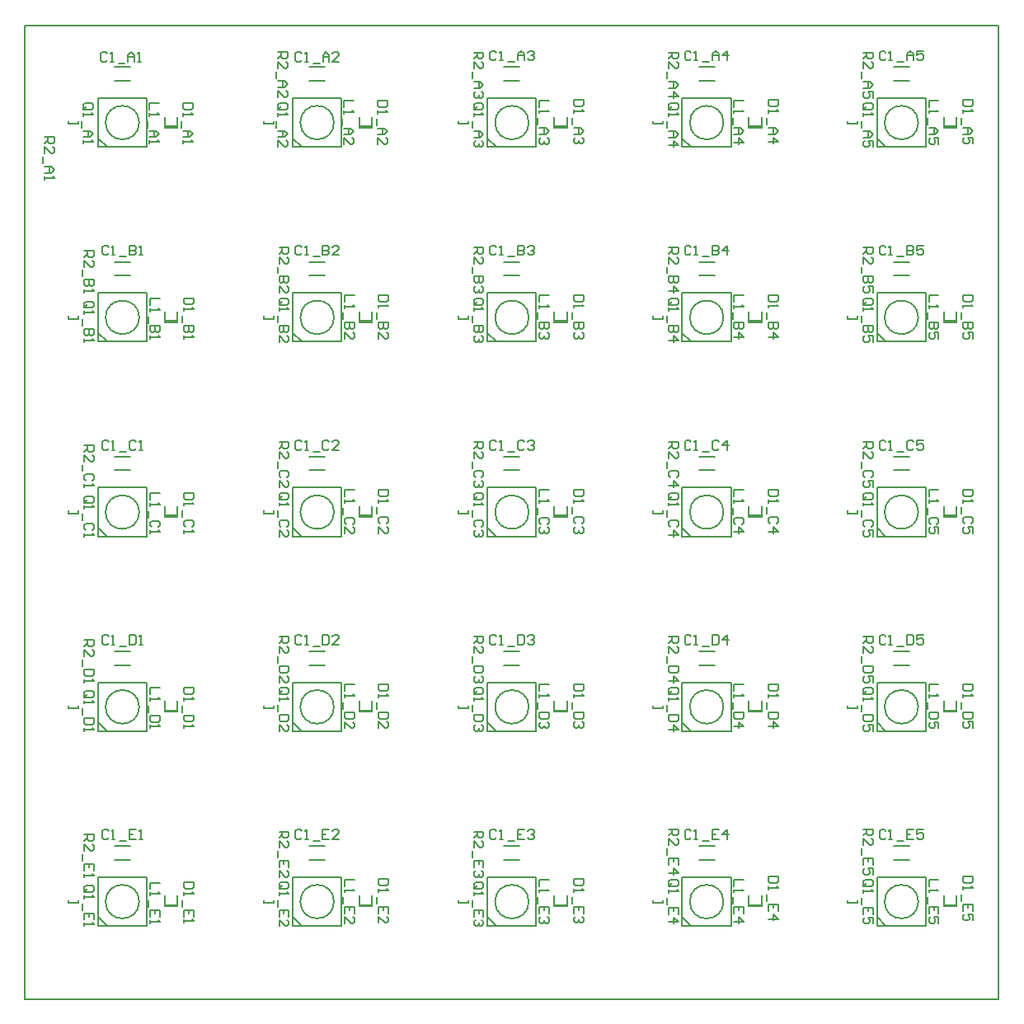
<source format=gto>
G04 Layer_Color=15132400*
%FSLAX25Y25*%
%MOIN*%
G70*
G01*
G75*
%ADD15C,0.00787*%
%ADD39C,0.00500*%
%ADD40R,0.05118X0.00803*%
D15*
X95866Y391732D02*
X100984D01*
Y396063D01*
X95866Y391732D02*
Y396063D01*
X57087Y393110D02*
Y394291D01*
X61024Y393110D02*
Y394291D01*
X57087Y393110D02*
X61024D01*
X372047Y78150D02*
Y79331D01*
X375984Y78150D02*
Y79331D01*
X372047Y78150D02*
X375984D01*
X293307D02*
Y79331D01*
X297244Y78150D02*
Y79331D01*
X293307Y78150D02*
X297244D01*
X214567D02*
Y79331D01*
X218504Y78150D02*
Y79331D01*
X214567Y78150D02*
X218504D01*
X135827D02*
Y79331D01*
X139764Y78150D02*
Y79331D01*
X135827Y78150D02*
X139764D01*
X57087D02*
Y79331D01*
X61024Y78150D02*
Y79331D01*
X57087Y78150D02*
X61024D01*
X372047Y156890D02*
Y158071D01*
X375984Y156890D02*
Y158071D01*
X372047Y156890D02*
X375984D01*
X293307D02*
Y158071D01*
X297244Y156890D02*
Y158071D01*
X293307Y156890D02*
X297244D01*
X214567D02*
Y158071D01*
X218504Y156890D02*
Y158071D01*
X214567Y156890D02*
X218504D01*
X135827D02*
Y158071D01*
X139764Y156890D02*
Y158071D01*
X135827Y156890D02*
X139764D01*
X57087D02*
Y158071D01*
X61024Y156890D02*
Y158071D01*
X57087Y156890D02*
X61024D01*
X372047Y235630D02*
Y236811D01*
X375984Y235630D02*
Y236811D01*
X372047Y235630D02*
X375984D01*
X293307D02*
Y236811D01*
X297244Y235630D02*
Y236811D01*
X293307Y235630D02*
X297244D01*
X214567D02*
Y236811D01*
X218504Y235630D02*
Y236811D01*
X214567Y235630D02*
X218504D01*
X135827D02*
Y236811D01*
X139764Y235630D02*
Y236811D01*
X135827Y235630D02*
X139764D01*
X57087D02*
Y236811D01*
X61024Y235630D02*
Y236811D01*
X57087Y235630D02*
X61024D01*
X372047Y314370D02*
Y315551D01*
X375984Y314370D02*
Y315551D01*
X372047Y314370D02*
X375984D01*
X293307D02*
Y315551D01*
X297244Y314370D02*
Y315551D01*
X293307Y314370D02*
X297244D01*
X214567D02*
Y315551D01*
X218504Y314370D02*
Y315551D01*
X214567Y314370D02*
X218504D01*
X135827D02*
Y315551D01*
X139764Y314370D02*
Y315551D01*
X135827Y314370D02*
X139764D01*
X57087D02*
Y315551D01*
X61024Y314370D02*
Y315551D01*
X57087Y314370D02*
X61024D01*
X372047Y393110D02*
Y394291D01*
X375984Y393110D02*
Y394291D01*
X372047Y393110D02*
X375984D01*
X293307D02*
Y394291D01*
X297244Y393110D02*
Y394291D01*
X293307Y393110D02*
X297244D01*
X214567D02*
Y394291D01*
X218504Y393110D02*
Y394291D01*
X214567Y393110D02*
X218504D01*
X135827D02*
Y394291D01*
X139764Y393110D02*
Y394291D01*
X135827Y393110D02*
X139764D01*
X410827Y76772D02*
X415945D01*
Y81102D01*
X410827Y76772D02*
Y81102D01*
X332087Y76772D02*
X337205D01*
Y81102D01*
X332087Y76772D02*
Y81102D01*
X253346Y76772D02*
X258465D01*
Y81102D01*
X253346Y76772D02*
Y81102D01*
X174606Y76772D02*
X179724D01*
Y81102D01*
X174606Y76772D02*
Y81102D01*
X95866Y76772D02*
X100984D01*
Y81102D01*
X95866Y76772D02*
Y81102D01*
X410827Y155512D02*
X415945D01*
Y159843D01*
X410827Y155512D02*
Y159843D01*
X332087Y155512D02*
X337205D01*
Y159843D01*
X332087Y155512D02*
Y159843D01*
X253346Y155512D02*
X258465D01*
Y159843D01*
X253346Y155512D02*
Y159843D01*
X174606Y155512D02*
X179724D01*
Y159843D01*
X174606Y155512D02*
Y159843D01*
X95866Y155512D02*
X100984D01*
Y159843D01*
X95866Y155512D02*
Y159843D01*
X410827Y234252D02*
X415945D01*
Y238583D01*
X410827Y234252D02*
Y238583D01*
X332087Y234252D02*
X337205D01*
Y238583D01*
X332087Y234252D02*
Y238583D01*
X253346Y234252D02*
X258465D01*
Y238583D01*
X253346Y234252D02*
Y238583D01*
X174606Y234252D02*
X179724D01*
Y238583D01*
X174606Y234252D02*
Y238583D01*
X95866Y234252D02*
X100984D01*
Y238583D01*
X95866Y234252D02*
Y238583D01*
X410827Y312992D02*
X415945D01*
Y317323D01*
X410827Y312992D02*
Y317323D01*
X332087Y312992D02*
X337205D01*
Y317323D01*
X332087Y312992D02*
Y317323D01*
X253346Y312992D02*
X258465D01*
Y317323D01*
X253346Y312992D02*
Y317323D01*
X174606Y312992D02*
X179724D01*
Y317323D01*
X174606Y312992D02*
Y317323D01*
X95866Y312992D02*
X100984D01*
Y317323D01*
X95866Y312992D02*
Y317323D01*
X410827Y391732D02*
X415945D01*
Y396063D01*
X410827Y391732D02*
Y396063D01*
X332087Y391732D02*
X337205D01*
Y396063D01*
X332087Y391732D02*
Y396063D01*
X253346Y391732D02*
X258465D01*
Y396063D01*
X253346Y391732D02*
Y396063D01*
X174606Y391732D02*
X179724D01*
Y396063D01*
X174606Y391732D02*
Y396063D01*
X72506Y421587D02*
X71850Y422243D01*
X70538D01*
X69882Y421587D01*
Y418963D01*
X70538Y418307D01*
X71850D01*
X72506Y418963D01*
X73818Y418307D02*
X75129D01*
X74474D01*
Y422243D01*
X73818Y421587D01*
X77097Y417651D02*
X79721D01*
X81033Y418307D02*
Y420931D01*
X82345Y422243D01*
X83657Y420931D01*
Y418307D01*
Y420275D01*
X81033D01*
X84969Y418307D02*
X86281D01*
X85625D01*
Y422243D01*
X84969Y421587D01*
X151246D02*
X150590Y422243D01*
X149278D01*
X148622Y421587D01*
Y418963D01*
X149278Y418307D01*
X150590D01*
X151246Y418963D01*
X152558Y418307D02*
X153870D01*
X153214D01*
Y422243D01*
X152558Y421587D01*
X155838Y417651D02*
X158461D01*
X159773Y418307D02*
Y420931D01*
X161085Y422243D01*
X162397Y420931D01*
Y418307D01*
Y420275D01*
X159773D01*
X166333Y418307D02*
X163709D01*
X166333Y420931D01*
Y421587D01*
X165677Y422243D01*
X164365D01*
X163709Y421587D01*
X230024Y422095D02*
X229368Y422752D01*
X228056D01*
X227400Y422095D01*
Y419472D01*
X228056Y418816D01*
X229368D01*
X230024Y419472D01*
X231336Y418816D02*
X232648D01*
X231992D01*
Y422752D01*
X231336Y422095D01*
X234615Y418160D02*
X237239D01*
X238551Y418816D02*
Y421440D01*
X239863Y422752D01*
X241175Y421440D01*
Y418816D01*
Y420784D01*
X238551D01*
X242487Y422095D02*
X243143Y422752D01*
X244455D01*
X245111Y422095D01*
Y421440D01*
X244455Y420784D01*
X243799D01*
X244455D01*
X245111Y420128D01*
Y419472D01*
X244455Y418816D01*
X243143D01*
X242487Y419472D01*
X308724Y422095D02*
X308068Y422752D01*
X306756D01*
X306100Y422095D01*
Y419472D01*
X306756Y418816D01*
X308068D01*
X308724Y419472D01*
X310036Y418816D02*
X311348D01*
X310692D01*
Y422752D01*
X310036Y422095D01*
X313316Y418160D02*
X315939D01*
X317251Y418816D02*
Y421440D01*
X318563Y422752D01*
X319875Y421440D01*
Y418816D01*
Y420784D01*
X317251D01*
X323155Y418816D02*
Y422752D01*
X321187Y420784D01*
X323811D01*
X387424Y422095D02*
X386768Y422752D01*
X385456D01*
X384800Y422095D01*
Y419472D01*
X385456Y418816D01*
X386768D01*
X387424Y419472D01*
X388736Y418816D02*
X390048D01*
X389392D01*
Y422752D01*
X388736Y422095D01*
X392016Y418160D02*
X394639D01*
X395951Y418816D02*
Y421440D01*
X397263Y422752D01*
X398575Y421440D01*
Y418816D01*
Y420784D01*
X395951D01*
X402511Y422752D02*
X399887D01*
Y420784D01*
X401199Y421440D01*
X401855D01*
X402511Y420784D01*
Y419472D01*
X401855Y418816D01*
X400543D01*
X399887Y419472D01*
X73124Y343395D02*
X72468Y344052D01*
X71156D01*
X70500Y343395D01*
Y340772D01*
X71156Y340116D01*
X72468D01*
X73124Y340772D01*
X74436Y340116D02*
X75748D01*
X75092D01*
Y344052D01*
X74436Y343395D01*
X77715Y339460D02*
X80339D01*
X81651Y344052D02*
Y340116D01*
X83619D01*
X84275Y340772D01*
Y341428D01*
X83619Y342084D01*
X81651D01*
X83619D01*
X84275Y342740D01*
Y343395D01*
X83619Y344052D01*
X81651D01*
X85587Y340116D02*
X86899D01*
X86243D01*
Y344052D01*
X85587Y343395D01*
X151224D02*
X150568Y344052D01*
X149256D01*
X148600Y343395D01*
Y340772D01*
X149256Y340116D01*
X150568D01*
X151224Y340772D01*
X152536Y340116D02*
X153848D01*
X153192D01*
Y344052D01*
X152536Y343395D01*
X155815Y339460D02*
X158439D01*
X159751Y344052D02*
Y340116D01*
X161719D01*
X162375Y340772D01*
Y341428D01*
X161719Y342084D01*
X159751D01*
X161719D01*
X162375Y342740D01*
Y343395D01*
X161719Y344052D01*
X159751D01*
X166311Y340116D02*
X163687D01*
X166311Y342740D01*
Y343395D01*
X165655Y344052D01*
X164343D01*
X163687Y343395D01*
X230024D02*
X229368Y344052D01*
X228056D01*
X227400Y343395D01*
Y340772D01*
X228056Y340116D01*
X229368D01*
X230024Y340772D01*
X231336Y340116D02*
X232648D01*
X231992D01*
Y344052D01*
X231336Y343395D01*
X234615Y339460D02*
X237239D01*
X238551Y344052D02*
Y340116D01*
X240519D01*
X241175Y340772D01*
Y341428D01*
X240519Y342084D01*
X238551D01*
X240519D01*
X241175Y342740D01*
Y343395D01*
X240519Y344052D01*
X238551D01*
X242487Y343395D02*
X243143Y344052D01*
X244455D01*
X245111Y343395D01*
Y342740D01*
X244455Y342084D01*
X243799D01*
X244455D01*
X245111Y341428D01*
Y340772D01*
X244455Y340116D01*
X243143D01*
X242487Y340772D01*
X308724Y343395D02*
X308068Y344052D01*
X306756D01*
X306100Y343395D01*
Y340772D01*
X306756Y340116D01*
X308068D01*
X308724Y340772D01*
X310036Y340116D02*
X311348D01*
X310692D01*
Y344052D01*
X310036Y343395D01*
X313316Y339460D02*
X315939D01*
X317251Y344052D02*
Y340116D01*
X319219D01*
X319875Y340772D01*
Y341428D01*
X319219Y342084D01*
X317251D01*
X319219D01*
X319875Y342740D01*
Y343395D01*
X319219Y344052D01*
X317251D01*
X323155Y340116D02*
Y344052D01*
X321187Y342084D01*
X323811D01*
X387424Y343395D02*
X386768Y344052D01*
X385456D01*
X384800Y343395D01*
Y340772D01*
X385456Y340116D01*
X386768D01*
X387424Y340772D01*
X388736Y340116D02*
X390048D01*
X389392D01*
Y344052D01*
X388736Y343395D01*
X392016Y339460D02*
X394639D01*
X395951Y344052D02*
Y340116D01*
X397919D01*
X398575Y340772D01*
Y341428D01*
X397919Y342084D01*
X395951D01*
X397919D01*
X398575Y342740D01*
Y343395D01*
X397919Y344052D01*
X395951D01*
X402511D02*
X399887D01*
Y342084D01*
X401199Y342740D01*
X401855D01*
X402511Y342084D01*
Y340772D01*
X401855Y340116D01*
X400543D01*
X399887Y340772D01*
X73124Y264696D02*
X72468Y265352D01*
X71156D01*
X70500Y264696D01*
Y262072D01*
X71156Y261416D01*
X72468D01*
X73124Y262072D01*
X74436Y261416D02*
X75748D01*
X75092D01*
Y265352D01*
X74436Y264696D01*
X77715Y260760D02*
X80339D01*
X84275Y264696D02*
X83619Y265352D01*
X82307D01*
X81651Y264696D01*
Y262072D01*
X82307Y261416D01*
X83619D01*
X84275Y262072D01*
X85587Y261416D02*
X86899D01*
X86243D01*
Y265352D01*
X85587Y264696D01*
X151224D02*
X150568Y265352D01*
X149256D01*
X148600Y264696D01*
Y262072D01*
X149256Y261416D01*
X150568D01*
X151224Y262072D01*
X152536Y261416D02*
X153848D01*
X153192D01*
Y265352D01*
X152536Y264696D01*
X155815Y260760D02*
X158439D01*
X162375Y264696D02*
X161719Y265352D01*
X160407D01*
X159751Y264696D01*
Y262072D01*
X160407Y261416D01*
X161719D01*
X162375Y262072D01*
X166311Y261416D02*
X163687D01*
X166311Y264040D01*
Y264696D01*
X165655Y265352D01*
X164343D01*
X163687Y264696D01*
X230024D02*
X229368Y265352D01*
X228056D01*
X227400Y264696D01*
Y262072D01*
X228056Y261416D01*
X229368D01*
X230024Y262072D01*
X231336Y261416D02*
X232648D01*
X231992D01*
Y265352D01*
X231336Y264696D01*
X234615Y260760D02*
X237239D01*
X241175Y264696D02*
X240519Y265352D01*
X239207D01*
X238551Y264696D01*
Y262072D01*
X239207Y261416D01*
X240519D01*
X241175Y262072D01*
X242487Y264696D02*
X243143Y265352D01*
X244455D01*
X245111Y264696D01*
Y264040D01*
X244455Y263384D01*
X243799D01*
X244455D01*
X245111Y262728D01*
Y262072D01*
X244455Y261416D01*
X243143D01*
X242487Y262072D01*
X308724Y264696D02*
X308068Y265352D01*
X306756D01*
X306100Y264696D01*
Y262072D01*
X306756Y261416D01*
X308068D01*
X308724Y262072D01*
X310036Y261416D02*
X311348D01*
X310692D01*
Y265352D01*
X310036Y264696D01*
X313316Y260760D02*
X315939D01*
X319875Y264696D02*
X319219Y265352D01*
X317907D01*
X317251Y264696D01*
Y262072D01*
X317907Y261416D01*
X319219D01*
X319875Y262072D01*
X323155Y261416D02*
Y265352D01*
X321187Y263384D01*
X323811D01*
X387424Y264696D02*
X386768Y265352D01*
X385456D01*
X384800Y264696D01*
Y262072D01*
X385456Y261416D01*
X386768D01*
X387424Y262072D01*
X388736Y261416D02*
X390048D01*
X389392D01*
Y265352D01*
X388736Y264696D01*
X392016Y260760D02*
X394639D01*
X398575Y264696D02*
X397919Y265352D01*
X396607D01*
X395951Y264696D01*
Y262072D01*
X396607Y261416D01*
X397919D01*
X398575Y262072D01*
X402511Y265352D02*
X399887D01*
Y263384D01*
X401199Y264040D01*
X401855D01*
X402511Y263384D01*
Y262072D01*
X401855Y261416D01*
X400543D01*
X399887Y262072D01*
X73124Y185896D02*
X72468Y186551D01*
X71156D01*
X70500Y185896D01*
Y183272D01*
X71156Y182616D01*
X72468D01*
X73124Y183272D01*
X74436Y182616D02*
X75748D01*
X75092D01*
Y186551D01*
X74436Y185896D01*
X77715Y181960D02*
X80339D01*
X81651Y186551D02*
Y182616D01*
X83619D01*
X84275Y183272D01*
Y185896D01*
X83619Y186551D01*
X81651D01*
X85587Y182616D02*
X86899D01*
X86243D01*
Y186551D01*
X85587Y185896D01*
X151224D02*
X150568Y186551D01*
X149256D01*
X148600Y185896D01*
Y183272D01*
X149256Y182616D01*
X150568D01*
X151224Y183272D01*
X152536Y182616D02*
X153848D01*
X153192D01*
Y186551D01*
X152536Y185896D01*
X155815Y181960D02*
X158439D01*
X159751Y186551D02*
Y182616D01*
X161719D01*
X162375Y183272D01*
Y185896D01*
X161719Y186551D01*
X159751D01*
X166311Y182616D02*
X163687D01*
X166311Y185240D01*
Y185896D01*
X165655Y186551D01*
X164343D01*
X163687Y185896D01*
X230024D02*
X229368Y186551D01*
X228056D01*
X227400Y185896D01*
Y183272D01*
X228056Y182616D01*
X229368D01*
X230024Y183272D01*
X231336Y182616D02*
X232648D01*
X231992D01*
Y186551D01*
X231336Y185896D01*
X234615Y181960D02*
X237239D01*
X238551Y186551D02*
Y182616D01*
X240519D01*
X241175Y183272D01*
Y185896D01*
X240519Y186551D01*
X238551D01*
X242487Y185896D02*
X243143Y186551D01*
X244455D01*
X245111Y185896D01*
Y185240D01*
X244455Y184584D01*
X243799D01*
X244455D01*
X245111Y183928D01*
Y183272D01*
X244455Y182616D01*
X243143D01*
X242487Y183272D01*
X308724Y185896D02*
X308068Y186551D01*
X306756D01*
X306100Y185896D01*
Y183272D01*
X306756Y182616D01*
X308068D01*
X308724Y183272D01*
X310036Y182616D02*
X311348D01*
X310692D01*
Y186551D01*
X310036Y185896D01*
X313316Y181960D02*
X315939D01*
X317251Y186551D02*
Y182616D01*
X319219D01*
X319875Y183272D01*
Y185896D01*
X319219Y186551D01*
X317251D01*
X323155Y182616D02*
Y186551D01*
X321187Y184584D01*
X323811D01*
X387424Y185896D02*
X386768Y186551D01*
X385456D01*
X384800Y185896D01*
Y183272D01*
X385456Y182616D01*
X386768D01*
X387424Y183272D01*
X388736Y182616D02*
X390048D01*
X389392D01*
Y186551D01*
X388736Y185896D01*
X392016Y181960D02*
X394639D01*
X395951Y186551D02*
Y182616D01*
X397919D01*
X398575Y183272D01*
Y185896D01*
X397919Y186551D01*
X395951D01*
X402511D02*
X399887D01*
Y184584D01*
X401199Y185240D01*
X401855D01*
X402511Y184584D01*
Y183272D01*
X401855Y182616D01*
X400543D01*
X399887Y183272D01*
X73124Y107195D02*
X72468Y107852D01*
X71156D01*
X70500Y107195D01*
Y104572D01*
X71156Y103916D01*
X72468D01*
X73124Y104572D01*
X74436Y103916D02*
X75748D01*
X75092D01*
Y107852D01*
X74436Y107195D01*
X77715Y103260D02*
X80339D01*
X84275Y107852D02*
X81651D01*
Y103916D01*
X84275D01*
X81651Y105884D02*
X82963D01*
X85587Y103916D02*
X86899D01*
X86243D01*
Y107852D01*
X85587Y107195D01*
X151224D02*
X150568Y107852D01*
X149256D01*
X148600Y107195D01*
Y104572D01*
X149256Y103916D01*
X150568D01*
X151224Y104572D01*
X152536Y103916D02*
X153848D01*
X153192D01*
Y107852D01*
X152536Y107195D01*
X155815Y103260D02*
X158439D01*
X162375Y107852D02*
X159751D01*
Y103916D01*
X162375D01*
X159751Y105884D02*
X161063D01*
X166311Y103916D02*
X163687D01*
X166311Y106540D01*
Y107195D01*
X165655Y107852D01*
X164343D01*
X163687Y107195D01*
X230024D02*
X229368Y107852D01*
X228056D01*
X227400Y107195D01*
Y104572D01*
X228056Y103916D01*
X229368D01*
X230024Y104572D01*
X231336Y103916D02*
X232648D01*
X231992D01*
Y107852D01*
X231336Y107195D01*
X234615Y103260D02*
X237239D01*
X241175Y107852D02*
X238551D01*
Y103916D01*
X241175D01*
X238551Y105884D02*
X239863D01*
X242487Y107195D02*
X243143Y107852D01*
X244455D01*
X245111Y107195D01*
Y106540D01*
X244455Y105884D01*
X243799D01*
X244455D01*
X245111Y105228D01*
Y104572D01*
X244455Y103916D01*
X243143D01*
X242487Y104572D01*
X308724Y107195D02*
X308068Y107852D01*
X306756D01*
X306100Y107195D01*
Y104572D01*
X306756Y103916D01*
X308068D01*
X308724Y104572D01*
X310036Y103916D02*
X311348D01*
X310692D01*
Y107852D01*
X310036Y107195D01*
X313316Y103260D02*
X315939D01*
X319875Y107852D02*
X317251D01*
Y103916D01*
X319875D01*
X317251Y105884D02*
X318563D01*
X323155Y103916D02*
Y107852D01*
X321187Y105884D01*
X323811D01*
X387424Y107195D02*
X386768Y107852D01*
X385456D01*
X384800Y107195D01*
Y104572D01*
X385456Y103916D01*
X386768D01*
X387424Y104572D01*
X388736Y103916D02*
X390048D01*
X389392D01*
Y107852D01*
X388736Y107195D01*
X392016Y103260D02*
X394639D01*
X398575Y107852D02*
X395951D01*
Y103916D01*
X398575D01*
X395951Y105884D02*
X397263D01*
X402511Y107852D02*
X399887D01*
Y105884D01*
X401199Y106540D01*
X401855D01*
X402511Y105884D01*
Y104572D01*
X401855Y103916D01*
X400543D01*
X399887Y104572D01*
X107282Y401575D02*
X103347D01*
Y399607D01*
X104002Y398951D01*
X106626D01*
X107282Y399607D01*
Y401575D01*
X103347Y397639D02*
Y396327D01*
Y396983D01*
X107282D01*
X106626Y397639D01*
X102690Y394359D02*
Y391736D01*
X103347Y390423D02*
X105970D01*
X107282Y389112D01*
X105970Y387800D01*
X103347D01*
X105314D01*
Y390423D01*
X103347Y386488D02*
Y385176D01*
Y385832D01*
X107282D01*
X106626Y386488D01*
X186022Y402559D02*
X182087D01*
Y400591D01*
X182743Y399935D01*
X185366D01*
X186022Y400591D01*
Y402559D01*
X182087Y398623D02*
Y397311D01*
Y397967D01*
X186022D01*
X185366Y398623D01*
X181431Y395343D02*
Y392720D01*
X182087Y391408D02*
X184710D01*
X186022Y390096D01*
X184710Y388784D01*
X182087D01*
X184055D01*
Y391408D01*
X182087Y384848D02*
Y387472D01*
X184710Y384848D01*
X185366D01*
X186022Y385504D01*
Y386816D01*
X185366Y387472D01*
X265125Y402831D02*
X261190D01*
Y400863D01*
X261846Y400207D01*
X264470D01*
X265125Y400863D01*
Y402831D01*
X261190Y398895D02*
Y397583D01*
Y398239D01*
X265125D01*
X264470Y398895D01*
X260534Y395615D02*
Y392991D01*
X261190Y391680D02*
X263814D01*
X265125Y390368D01*
X263814Y389056D01*
X261190D01*
X263158D01*
Y391680D01*
X264470Y387744D02*
X265125Y387088D01*
Y385776D01*
X264470Y385120D01*
X263814D01*
X263158Y385776D01*
Y386432D01*
Y385776D01*
X262502Y385120D01*
X261846D01*
X261190Y385776D01*
Y387088D01*
X261846Y387744D01*
X343826Y402831D02*
X339890D01*
Y400863D01*
X340546Y400207D01*
X343169D01*
X343826Y400863D01*
Y402831D01*
X339890Y398895D02*
Y397583D01*
Y398239D01*
X343826D01*
X343169Y398895D01*
X339234Y395615D02*
Y392991D01*
X339890Y391680D02*
X342514D01*
X343826Y390368D01*
X342514Y389056D01*
X339890D01*
X341858D01*
Y391680D01*
X339890Y385776D02*
X343826D01*
X341858Y387744D01*
Y385120D01*
X422526Y402831D02*
X418590D01*
Y400863D01*
X419246Y400207D01*
X421870D01*
X422526Y400863D01*
Y402831D01*
X418590Y398895D02*
Y397583D01*
Y398239D01*
X422526D01*
X421870Y398895D01*
X417934Y395615D02*
Y392991D01*
X418590Y391680D02*
X421214D01*
X422526Y390368D01*
X421214Y389056D01*
X418590D01*
X420558D01*
Y391680D01*
X422526Y385120D02*
Y387744D01*
X420558D01*
X421214Y386432D01*
Y385776D01*
X420558Y385120D01*
X419246D01*
X418590Y385776D01*
Y387088D01*
X419246Y387744D01*
X107625Y322731D02*
X103690D01*
Y320763D01*
X104346Y320107D01*
X106969D01*
X107625Y320763D01*
Y322731D01*
X103690Y318795D02*
Y317483D01*
Y318139D01*
X107625D01*
X106969Y318795D01*
X103034Y315515D02*
Y312891D01*
X107625Y311579D02*
X103690D01*
Y309612D01*
X104346Y308956D01*
X105002D01*
X105658Y309612D01*
Y311579D01*
Y309612D01*
X106314Y308956D01*
X106969D01*
X107625Y309612D01*
Y311579D01*
X103690Y307644D02*
Y306332D01*
Y306988D01*
X107625D01*
X106969Y307644D01*
X186326Y324031D02*
X182390D01*
Y322063D01*
X183046Y321407D01*
X185670D01*
X186326Y322063D01*
Y324031D01*
X182390Y320095D02*
Y318783D01*
Y319439D01*
X186326D01*
X185670Y320095D01*
X181734Y316815D02*
Y314191D01*
X186326Y312879D02*
X182390D01*
Y310912D01*
X183046Y310256D01*
X183702D01*
X184358Y310912D01*
Y312879D01*
Y310912D01*
X185014Y310256D01*
X185670D01*
X186326Y310912D01*
Y312879D01*
X182390Y306320D02*
Y308944D01*
X185014Y306320D01*
X185670D01*
X186326Y306976D01*
Y308288D01*
X185670Y308944D01*
X265125Y324031D02*
X261190D01*
Y322063D01*
X261846Y321407D01*
X264470D01*
X265125Y322063D01*
Y324031D01*
X261190Y320095D02*
Y318783D01*
Y319439D01*
X265125D01*
X264470Y320095D01*
X260534Y316815D02*
Y314191D01*
X265125Y312879D02*
X261190D01*
Y310912D01*
X261846Y310256D01*
X262502D01*
X263158Y310912D01*
Y312879D01*
Y310912D01*
X263814Y310256D01*
X264470D01*
X265125Y310912D01*
Y312879D01*
X264470Y308944D02*
X265125Y308288D01*
Y306976D01*
X264470Y306320D01*
X263814D01*
X263158Y306976D01*
Y307632D01*
Y306976D01*
X262502Y306320D01*
X261846D01*
X261190Y306976D01*
Y308288D01*
X261846Y308944D01*
X343826Y324031D02*
X339890D01*
Y322063D01*
X340546Y321407D01*
X343169D01*
X343826Y322063D01*
Y324031D01*
X339890Y320095D02*
Y318783D01*
Y319439D01*
X343826D01*
X343169Y320095D01*
X339234Y316815D02*
Y314191D01*
X343826Y312879D02*
X339890D01*
Y310912D01*
X340546Y310256D01*
X341202D01*
X341858Y310912D01*
Y312879D01*
Y310912D01*
X342514Y310256D01*
X343169D01*
X343826Y310912D01*
Y312879D01*
X339890Y306976D02*
X343826D01*
X341858Y308944D01*
Y306320D01*
X422526Y324031D02*
X418590D01*
Y322063D01*
X419246Y321407D01*
X421870D01*
X422526Y322063D01*
Y324031D01*
X418590Y320095D02*
Y318783D01*
Y319439D01*
X422526D01*
X421870Y320095D01*
X417934Y316815D02*
Y314191D01*
X422526Y312879D02*
X418590D01*
Y310912D01*
X419246Y310256D01*
X419902D01*
X420558Y310912D01*
Y312879D01*
Y310912D01*
X421214Y310256D01*
X421870D01*
X422526Y310912D01*
Y312879D01*
Y306320D02*
Y308944D01*
X420558D01*
X421214Y307632D01*
Y306976D01*
X420558Y306320D01*
X419246D01*
X418590Y306976D01*
Y308288D01*
X419246Y308944D01*
X107625Y244031D02*
X103690D01*
Y242063D01*
X104346Y241407D01*
X106969D01*
X107625Y242063D01*
Y244031D01*
X103690Y240095D02*
Y238783D01*
Y239439D01*
X107625D01*
X106969Y240095D01*
X103034Y236815D02*
Y234191D01*
X106969Y230256D02*
X107625Y230912D01*
Y232224D01*
X106969Y232879D01*
X104346D01*
X103690Y232224D01*
Y230912D01*
X104346Y230256D01*
X103690Y228944D02*
Y227632D01*
Y228288D01*
X107625D01*
X106969Y228944D01*
X186326Y245331D02*
X182390D01*
Y243363D01*
X183046Y242707D01*
X185670D01*
X186326Y243363D01*
Y245331D01*
X182390Y241395D02*
Y240083D01*
Y240739D01*
X186326D01*
X185670Y241395D01*
X181734Y238115D02*
Y235491D01*
X185670Y231556D02*
X186326Y232212D01*
Y233524D01*
X185670Y234179D01*
X183046D01*
X182390Y233524D01*
Y232212D01*
X183046Y231556D01*
X182390Y227620D02*
Y230244D01*
X185014Y227620D01*
X185670D01*
X186326Y228276D01*
Y229588D01*
X185670Y230244D01*
X265125Y245331D02*
X261190D01*
Y243363D01*
X261846Y242707D01*
X264470D01*
X265125Y243363D01*
Y245331D01*
X261190Y241395D02*
Y240083D01*
Y240739D01*
X265125D01*
X264470Y241395D01*
X260534Y238115D02*
Y235491D01*
X264470Y231556D02*
X265125Y232212D01*
Y233524D01*
X264470Y234179D01*
X261846D01*
X261190Y233524D01*
Y232212D01*
X261846Y231556D01*
X264470Y230244D02*
X265125Y229588D01*
Y228276D01*
X264470Y227620D01*
X263814D01*
X263158Y228276D01*
Y228932D01*
Y228276D01*
X262502Y227620D01*
X261846D01*
X261190Y228276D01*
Y229588D01*
X261846Y230244D01*
X343826Y245331D02*
X339890D01*
Y243363D01*
X340546Y242707D01*
X343169D01*
X343826Y243363D01*
Y245331D01*
X339890Y241395D02*
Y240083D01*
Y240739D01*
X343826D01*
X343169Y241395D01*
X339234Y238115D02*
Y235491D01*
X343169Y231556D02*
X343826Y232212D01*
Y233524D01*
X343169Y234179D01*
X340546D01*
X339890Y233524D01*
Y232212D01*
X340546Y231556D01*
X339890Y228276D02*
X343826D01*
X341858Y230244D01*
Y227620D01*
X422526Y245331D02*
X418590D01*
Y243363D01*
X419246Y242707D01*
X421870D01*
X422526Y243363D01*
Y245331D01*
X418590Y241395D02*
Y240083D01*
Y240739D01*
X422526D01*
X421870Y241395D01*
X417934Y238115D02*
Y235491D01*
X421870Y231556D02*
X422526Y232212D01*
Y233524D01*
X421870Y234179D01*
X419246D01*
X418590Y233524D01*
Y232212D01*
X419246Y231556D01*
X422526Y227620D02*
Y230244D01*
X420558D01*
X421214Y228932D01*
Y228276D01*
X420558Y227620D01*
X419246D01*
X418590Y228276D01*
Y229588D01*
X419246Y230244D01*
X107625Y165231D02*
X103690D01*
Y163263D01*
X104346Y162607D01*
X106969D01*
X107625Y163263D01*
Y165231D01*
X103690Y161295D02*
Y159983D01*
Y160639D01*
X107625D01*
X106969Y161295D01*
X103034Y158015D02*
Y155391D01*
X107625Y154079D02*
X103690D01*
Y152112D01*
X104346Y151456D01*
X106969D01*
X107625Y152112D01*
Y154079D01*
X103690Y150144D02*
Y148832D01*
Y149488D01*
X107625D01*
X106969Y150144D01*
X186326Y166531D02*
X182390D01*
Y164563D01*
X183046Y163907D01*
X185670D01*
X186326Y164563D01*
Y166531D01*
X182390Y162595D02*
Y161283D01*
Y161939D01*
X186326D01*
X185670Y162595D01*
X181734Y159315D02*
Y156691D01*
X186326Y155379D02*
X182390D01*
Y153412D01*
X183046Y152756D01*
X185670D01*
X186326Y153412D01*
Y155379D01*
X182390Y148820D02*
Y151444D01*
X185014Y148820D01*
X185670D01*
X186326Y149476D01*
Y150788D01*
X185670Y151444D01*
X265125Y166531D02*
X261190D01*
Y164563D01*
X261846Y163907D01*
X264470D01*
X265125Y164563D01*
Y166531D01*
X261190Y162595D02*
Y161283D01*
Y161939D01*
X265125D01*
X264470Y162595D01*
X260534Y159315D02*
Y156691D01*
X265125Y155379D02*
X261190D01*
Y153412D01*
X261846Y152756D01*
X264470D01*
X265125Y153412D01*
Y155379D01*
X264470Y151444D02*
X265125Y150788D01*
Y149476D01*
X264470Y148820D01*
X263814D01*
X263158Y149476D01*
Y150132D01*
Y149476D01*
X262502Y148820D01*
X261846D01*
X261190Y149476D01*
Y150788D01*
X261846Y151444D01*
X343826Y166531D02*
X339890D01*
Y164563D01*
X340546Y163907D01*
X343169D01*
X343826Y164563D01*
Y166531D01*
X339890Y162595D02*
Y161283D01*
Y161939D01*
X343826D01*
X343169Y162595D01*
X339234Y159315D02*
Y156691D01*
X343826Y155379D02*
X339890D01*
Y153412D01*
X340546Y152756D01*
X343169D01*
X343826Y153412D01*
Y155379D01*
X339890Y149476D02*
X343826D01*
X341858Y151444D01*
Y148820D01*
X422526Y166531D02*
X418590D01*
Y164563D01*
X419246Y163907D01*
X421870D01*
X422526Y164563D01*
Y166531D01*
X418590Y162595D02*
Y161283D01*
Y161939D01*
X422526D01*
X421870Y162595D01*
X417934Y159315D02*
Y156691D01*
X422526Y155379D02*
X418590D01*
Y153412D01*
X419246Y152756D01*
X421870D01*
X422526Y153412D01*
Y155379D01*
Y148820D02*
Y151444D01*
X420558D01*
X421214Y150132D01*
Y149476D01*
X420558Y148820D01*
X419246D01*
X418590Y149476D01*
Y150788D01*
X419246Y151444D01*
X107625Y86531D02*
X103690D01*
Y84563D01*
X104346Y83907D01*
X106969D01*
X107625Y84563D01*
Y86531D01*
X103690Y82595D02*
Y81283D01*
Y81939D01*
X107625D01*
X106969Y82595D01*
X103034Y79315D02*
Y76691D01*
X107625Y72756D02*
Y75380D01*
X103690D01*
Y72756D01*
X105658Y75380D02*
Y74068D01*
X103690Y71444D02*
Y70132D01*
Y70788D01*
X107625D01*
X106969Y71444D01*
X186326Y87831D02*
X182390D01*
Y85863D01*
X183046Y85207D01*
X185670D01*
X186326Y85863D01*
Y87831D01*
X182390Y83895D02*
Y82583D01*
Y83239D01*
X186326D01*
X185670Y83895D01*
X181734Y80615D02*
Y77991D01*
X186326Y74056D02*
Y76679D01*
X182390D01*
Y74056D01*
X184358Y76679D02*
Y75368D01*
X182390Y70120D02*
Y72744D01*
X185014Y70120D01*
X185670D01*
X186326Y70776D01*
Y72088D01*
X185670Y72744D01*
X265125Y87831D02*
X261190D01*
Y85863D01*
X261846Y85207D01*
X264470D01*
X265125Y85863D01*
Y87831D01*
X261190Y83895D02*
Y82583D01*
Y83239D01*
X265125D01*
X264470Y83895D01*
X260534Y80615D02*
Y77991D01*
X265125Y74056D02*
Y76679D01*
X261190D01*
Y74056D01*
X263158Y76679D02*
Y75368D01*
X264470Y72744D02*
X265125Y72088D01*
Y70776D01*
X264470Y70120D01*
X263814D01*
X263158Y70776D01*
Y71432D01*
Y70776D01*
X262502Y70120D01*
X261846D01*
X261190Y70776D01*
Y72088D01*
X261846Y72744D01*
X343826Y88815D02*
X339890D01*
Y86847D01*
X340546Y86191D01*
X343169D01*
X343826Y86847D01*
Y88815D01*
X339890Y84879D02*
Y83567D01*
Y84223D01*
X343826D01*
X343169Y84879D01*
X339234Y81599D02*
Y78976D01*
X343826Y75040D02*
Y77664D01*
X339890D01*
Y75040D01*
X341858Y77664D02*
Y76352D01*
X339890Y71760D02*
X343826D01*
X341858Y73728D01*
Y71104D01*
X422526Y88815D02*
X418590D01*
Y86847D01*
X419246Y86191D01*
X421870D01*
X422526Y86847D01*
Y88815D01*
X418590Y84879D02*
Y83567D01*
Y84223D01*
X422526D01*
X421870Y84879D01*
X417934Y81599D02*
Y78976D01*
X422526Y75040D02*
Y77664D01*
X418590D01*
Y75040D01*
X420558Y77664D02*
Y76352D01*
X422526Y71104D02*
Y73728D01*
X420558D01*
X421214Y72416D01*
Y71760D01*
X420558Y71104D01*
X419246D01*
X418590Y71760D01*
Y73072D01*
X419246Y73728D01*
X93503Y401575D02*
X89567D01*
Y398951D01*
Y397639D02*
Y396327D01*
Y396983D01*
X93503D01*
X92847Y397639D01*
X88911Y394359D02*
Y391736D01*
X89567Y390423D02*
X92191D01*
X93503Y389112D01*
X92191Y387800D01*
X89567D01*
X91535D01*
Y390423D01*
X89567Y386488D02*
Y385176D01*
Y385832D01*
X93503D01*
X92847Y386488D01*
X172243Y402559D02*
X168307D01*
Y399935D01*
Y398623D02*
Y397311D01*
Y397967D01*
X172243D01*
X171587Y398623D01*
X167651Y395343D02*
Y392720D01*
X168307Y391408D02*
X170931D01*
X172243Y390096D01*
X170931Y388784D01*
X168307D01*
X170275D01*
Y391408D01*
X168307Y384848D02*
Y387472D01*
X170931Y384848D01*
X171587D01*
X172243Y385504D01*
Y386816D01*
X171587Y387472D01*
X251331Y402694D02*
X247395D01*
Y400070D01*
Y398758D02*
Y397446D01*
Y398102D01*
X251331D01*
X250675Y398758D01*
X246739Y395478D02*
Y392854D01*
X247395Y391542D02*
X250019D01*
X251331Y390230D01*
X250019Y388919D01*
X247395D01*
X249363D01*
Y391542D01*
X250675Y387607D02*
X251331Y386951D01*
Y385639D01*
X250675Y384983D01*
X250019D01*
X249363Y385639D01*
Y386295D01*
Y385639D01*
X248707Y384983D01*
X248051D01*
X247395Y385639D01*
Y386951D01*
X248051Y387607D01*
X330031Y402694D02*
X326095D01*
Y400070D01*
Y398758D02*
Y397446D01*
Y398102D01*
X330031D01*
X329375Y398758D01*
X325439Y395478D02*
Y392854D01*
X326095Y391542D02*
X328719D01*
X330031Y390230D01*
X328719Y388919D01*
X326095D01*
X328063D01*
Y391542D01*
X326095Y385639D02*
X330031D01*
X328063Y387607D01*
Y384983D01*
X408731Y402694D02*
X404795D01*
Y400070D01*
Y398758D02*
Y397446D01*
Y398102D01*
X408731D01*
X408075Y398758D01*
X404139Y395478D02*
Y392854D01*
X404795Y391542D02*
X407419D01*
X408731Y390230D01*
X407419Y388919D01*
X404795D01*
X406763D01*
Y391542D01*
X408731Y384983D02*
Y387607D01*
X406763D01*
X407419Y386295D01*
Y385639D01*
X406763Y384983D01*
X405451D01*
X404795Y385639D01*
Y386951D01*
X405451Y387607D01*
X93831Y322594D02*
X89895D01*
Y319970D01*
Y318658D02*
Y317346D01*
Y318002D01*
X93831D01*
X93175Y318658D01*
X89239Y315378D02*
Y312754D01*
X93831Y311442D02*
X89895D01*
Y309475D01*
X90551Y308819D01*
X91207D01*
X91863Y309475D01*
Y311442D01*
Y309475D01*
X92519Y308819D01*
X93175D01*
X93831Y309475D01*
Y311442D01*
X89895Y307507D02*
Y306195D01*
Y306851D01*
X93831D01*
X93175Y307507D01*
X172531Y323994D02*
X168595D01*
Y321370D01*
Y320058D02*
Y318746D01*
Y319402D01*
X172531D01*
X171875Y320058D01*
X167939Y316778D02*
Y314154D01*
X172531Y312842D02*
X168595D01*
Y310875D01*
X169251Y310219D01*
X169907D01*
X170563Y310875D01*
Y312842D01*
Y310875D01*
X171219Y310219D01*
X171875D01*
X172531Y310875D01*
Y312842D01*
X168595Y306283D02*
Y308907D01*
X171219Y306283D01*
X171875D01*
X172531Y306939D01*
Y308251D01*
X171875Y308907D01*
X251331Y323994D02*
X247395D01*
Y321370D01*
Y320058D02*
Y318746D01*
Y319402D01*
X251331D01*
X250675Y320058D01*
X246739Y316778D02*
Y314154D01*
X251331Y312842D02*
X247395D01*
Y310875D01*
X248051Y310219D01*
X248707D01*
X249363Y310875D01*
Y312842D01*
Y310875D01*
X250019Y310219D01*
X250675D01*
X251331Y310875D01*
Y312842D01*
X250675Y308907D02*
X251331Y308251D01*
Y306939D01*
X250675Y306283D01*
X250019D01*
X249363Y306939D01*
Y307595D01*
Y306939D01*
X248707Y306283D01*
X248051D01*
X247395Y306939D01*
Y308251D01*
X248051Y308907D01*
X330031Y323994D02*
X326095D01*
Y321370D01*
Y320058D02*
Y318746D01*
Y319402D01*
X330031D01*
X329375Y320058D01*
X325439Y316778D02*
Y314154D01*
X330031Y312842D02*
X326095D01*
Y310875D01*
X326751Y310219D01*
X327407D01*
X328063Y310875D01*
Y312842D01*
Y310875D01*
X328719Y310219D01*
X329375D01*
X330031Y310875D01*
Y312842D01*
X326095Y306939D02*
X330031D01*
X328063Y308907D01*
Y306283D01*
X408731Y323994D02*
X404795D01*
Y321370D01*
Y320058D02*
Y318746D01*
Y319402D01*
X408731D01*
X408075Y320058D01*
X404139Y316778D02*
Y314154D01*
X408731Y312842D02*
X404795D01*
Y310875D01*
X405451Y310219D01*
X406107D01*
X406763Y310875D01*
Y312842D01*
Y310875D01*
X407419Y310219D01*
X408075D01*
X408731Y310875D01*
Y312842D01*
Y306283D02*
Y308907D01*
X406763D01*
X407419Y307595D01*
Y306939D01*
X406763Y306283D01*
X405451D01*
X404795Y306939D01*
Y308251D01*
X405451Y308907D01*
X93831Y243894D02*
X89895D01*
Y241270D01*
Y239958D02*
Y238646D01*
Y239302D01*
X93831D01*
X93175Y239958D01*
X89239Y236678D02*
Y234054D01*
X93175Y230119D02*
X93831Y230775D01*
Y232086D01*
X93175Y232742D01*
X90551D01*
X89895Y232086D01*
Y230775D01*
X90551Y230119D01*
X89895Y228807D02*
Y227495D01*
Y228151D01*
X93831D01*
X93175Y228807D01*
X172531Y245194D02*
X168595D01*
Y242570D01*
Y241258D02*
Y239946D01*
Y240602D01*
X172531D01*
X171875Y241258D01*
X167939Y237978D02*
Y235354D01*
X171875Y231419D02*
X172531Y232075D01*
Y233386D01*
X171875Y234042D01*
X169251D01*
X168595Y233386D01*
Y232075D01*
X169251Y231419D01*
X168595Y227483D02*
Y230107D01*
X171219Y227483D01*
X171875D01*
X172531Y228139D01*
Y229451D01*
X171875Y230107D01*
X251331Y245194D02*
X247395D01*
Y242570D01*
Y241258D02*
Y239946D01*
Y240602D01*
X251331D01*
X250675Y241258D01*
X246739Y237978D02*
Y235354D01*
X250675Y231419D02*
X251331Y232075D01*
Y233386D01*
X250675Y234042D01*
X248051D01*
X247395Y233386D01*
Y232075D01*
X248051Y231419D01*
X250675Y230107D02*
X251331Y229451D01*
Y228139D01*
X250675Y227483D01*
X250019D01*
X249363Y228139D01*
Y228795D01*
Y228139D01*
X248707Y227483D01*
X248051D01*
X247395Y228139D01*
Y229451D01*
X248051Y230107D01*
X330031Y245194D02*
X326095D01*
Y242570D01*
Y241258D02*
Y239946D01*
Y240602D01*
X330031D01*
X329375Y241258D01*
X325439Y237978D02*
Y235354D01*
X329375Y231419D02*
X330031Y232075D01*
Y233386D01*
X329375Y234042D01*
X326751D01*
X326095Y233386D01*
Y232075D01*
X326751Y231419D01*
X326095Y228139D02*
X330031D01*
X328063Y230107D01*
Y227483D01*
X408731Y245194D02*
X404795D01*
Y242570D01*
Y241258D02*
Y239946D01*
Y240602D01*
X408731D01*
X408075Y241258D01*
X404139Y237978D02*
Y235354D01*
X408075Y231419D02*
X408731Y232075D01*
Y233386D01*
X408075Y234042D01*
X405451D01*
X404795Y233386D01*
Y232075D01*
X405451Y231419D01*
X408731Y227483D02*
Y230107D01*
X406763D01*
X407419Y228795D01*
Y228139D01*
X406763Y227483D01*
X405451D01*
X404795Y228139D01*
Y229451D01*
X405451Y230107D01*
X93831Y165194D02*
X89895D01*
Y162570D01*
Y161258D02*
Y159946D01*
Y160602D01*
X93831D01*
X93175Y161258D01*
X89239Y157978D02*
Y155354D01*
X93831Y154042D02*
X89895D01*
Y152075D01*
X90551Y151419D01*
X93175D01*
X93831Y152075D01*
Y154042D01*
X89895Y150107D02*
Y148795D01*
Y149451D01*
X93831D01*
X93175Y150107D01*
X172531Y166494D02*
X168595D01*
Y163870D01*
Y162558D02*
Y161246D01*
Y161902D01*
X172531D01*
X171875Y162558D01*
X167939Y159278D02*
Y156654D01*
X172531Y155342D02*
X168595D01*
Y153375D01*
X169251Y152719D01*
X171875D01*
X172531Y153375D01*
Y155342D01*
X168595Y148783D02*
Y151407D01*
X171219Y148783D01*
X171875D01*
X172531Y149439D01*
Y150751D01*
X171875Y151407D01*
X251331Y166494D02*
X247395D01*
Y163870D01*
Y162558D02*
Y161246D01*
Y161902D01*
X251331D01*
X250675Y162558D01*
X246739Y159278D02*
Y156654D01*
X251331Y155342D02*
X247395D01*
Y153375D01*
X248051Y152719D01*
X250675D01*
X251331Y153375D01*
Y155342D01*
X250675Y151407D02*
X251331Y150751D01*
Y149439D01*
X250675Y148783D01*
X250019D01*
X249363Y149439D01*
Y150095D01*
Y149439D01*
X248707Y148783D01*
X248051D01*
X247395Y149439D01*
Y150751D01*
X248051Y151407D01*
X330031Y166494D02*
X326095D01*
Y163870D01*
Y162558D02*
Y161246D01*
Y161902D01*
X330031D01*
X329375Y162558D01*
X325439Y159278D02*
Y156654D01*
X330031Y155342D02*
X326095D01*
Y153375D01*
X326751Y152719D01*
X329375D01*
X330031Y153375D01*
Y155342D01*
X326095Y149439D02*
X330031D01*
X328063Y151407D01*
Y148783D01*
X408731Y166494D02*
X404795D01*
Y163870D01*
Y162558D02*
Y161246D01*
Y161902D01*
X408731D01*
X408075Y162558D01*
X404139Y159278D02*
Y156654D01*
X408731Y155342D02*
X404795D01*
Y153375D01*
X405451Y152719D01*
X408075D01*
X408731Y153375D01*
Y155342D01*
Y148783D02*
Y151407D01*
X406763D01*
X407419Y150095D01*
Y149439D01*
X406763Y148783D01*
X405451D01*
X404795Y149439D01*
Y150751D01*
X405451Y151407D01*
X93831Y86394D02*
X89895D01*
Y83770D01*
Y82458D02*
Y81146D01*
Y81802D01*
X93831D01*
X93175Y82458D01*
X89239Y79178D02*
Y76554D01*
X93831Y72619D02*
Y75242D01*
X89895D01*
Y72619D01*
X91863Y75242D02*
Y73931D01*
X89895Y71307D02*
Y69995D01*
Y70651D01*
X93831D01*
X93175Y71307D01*
X172531Y87694D02*
X168595D01*
Y85070D01*
Y83758D02*
Y82446D01*
Y83102D01*
X172531D01*
X171875Y83758D01*
X167939Y80478D02*
Y77854D01*
X172531Y73919D02*
Y76542D01*
X168595D01*
Y73919D01*
X170563Y76542D02*
Y75230D01*
X168595Y69983D02*
Y72607D01*
X171219Y69983D01*
X171875D01*
X172531Y70639D01*
Y71951D01*
X171875Y72607D01*
X251331Y87694D02*
X247395D01*
Y85070D01*
Y83758D02*
Y82446D01*
Y83102D01*
X251331D01*
X250675Y83758D01*
X246739Y80478D02*
Y77854D01*
X251331Y73919D02*
Y76542D01*
X247395D01*
Y73919D01*
X249363Y76542D02*
Y75230D01*
X250675Y72607D02*
X251331Y71951D01*
Y70639D01*
X250675Y69983D01*
X250019D01*
X249363Y70639D01*
Y71295D01*
Y70639D01*
X248707Y69983D01*
X248051D01*
X247395Y70639D01*
Y71951D01*
X248051Y72607D01*
X330031Y87694D02*
X326095D01*
Y85070D01*
Y83758D02*
Y82446D01*
Y83102D01*
X330031D01*
X329375Y83758D01*
X325439Y80478D02*
Y77854D01*
X330031Y73919D02*
Y76542D01*
X326095D01*
Y73919D01*
X328063Y76542D02*
Y75230D01*
X326095Y70639D02*
X330031D01*
X328063Y72607D01*
Y69983D01*
X408731Y87694D02*
X404795D01*
Y85070D01*
Y83758D02*
Y82446D01*
Y83102D01*
X408731D01*
X408075Y83758D01*
X404139Y80478D02*
Y77854D01*
X408731Y73919D02*
Y76542D01*
X404795D01*
Y73919D01*
X406763Y76542D02*
Y75230D01*
X408731Y69983D02*
Y72607D01*
X406763D01*
X407419Y71295D01*
Y70639D01*
X406763Y69983D01*
X405451D01*
X404795Y70639D01*
Y71951D01*
X405451Y72607D01*
X63648Y398951D02*
X66272D01*
X66928Y399607D01*
Y400919D01*
X66272Y401575D01*
X63648D01*
X62992Y400919D01*
Y399607D01*
X64304Y400263D02*
X62992Y398951D01*
Y399607D02*
X63648Y398951D01*
X62992Y397639D02*
Y396327D01*
Y396983D01*
X66928D01*
X66272Y397639D01*
X62336Y394359D02*
Y391736D01*
X62992Y390423D02*
X65616D01*
X66928Y389112D01*
X65616Y387800D01*
X62992D01*
X64960D01*
Y390423D01*
X62992Y386488D02*
Y385176D01*
Y385832D01*
X66928D01*
X66272Y386488D01*
X142388Y398951D02*
X145012D01*
X145668Y399607D01*
Y400919D01*
X145012Y401575D01*
X142388D01*
X141732Y400919D01*
Y399607D01*
X143044Y400263D02*
X141732Y398951D01*
Y399607D02*
X142388Y398951D01*
X141732Y397639D02*
Y396327D01*
Y396983D01*
X145668D01*
X145012Y397639D01*
X141076Y394359D02*
Y391736D01*
X141732Y390423D02*
X144356D01*
X145668Y389112D01*
X144356Y387800D01*
X141732D01*
X143700D01*
Y390423D01*
X141732Y383864D02*
Y386488D01*
X144356Y383864D01*
X145012D01*
X145668Y384520D01*
Y385832D01*
X145012Y386488D01*
X221462Y398891D02*
X224085D01*
X224741Y399547D01*
Y400859D01*
X224085Y401515D01*
X221462D01*
X220806Y400859D01*
Y399547D01*
X222117Y400203D02*
X220806Y398891D01*
Y399547D02*
X221462Y398891D01*
X220806Y397579D02*
Y396267D01*
Y396923D01*
X224741D01*
X224085Y397579D01*
X220149Y394299D02*
Y391676D01*
X220806Y390364D02*
X223429D01*
X224741Y389052D01*
X223429Y387740D01*
X220806D01*
X222773D01*
Y390364D01*
X224085Y386428D02*
X224741Y385772D01*
Y384460D01*
X224085Y383804D01*
X223429D01*
X222773Y384460D01*
Y385116D01*
Y384460D01*
X222117Y383804D01*
X221462D01*
X220806Y384460D01*
Y385772D01*
X221462Y386428D01*
X300162Y398891D02*
X302785D01*
X303441Y399547D01*
Y400859D01*
X302785Y401515D01*
X300162D01*
X299505Y400859D01*
Y399547D01*
X300817Y400203D02*
X299505Y398891D01*
Y399547D02*
X300162Y398891D01*
X299505Y397579D02*
Y396267D01*
Y396923D01*
X303441D01*
X302785Y397579D01*
X298850Y394299D02*
Y391676D01*
X299505Y390364D02*
X302129D01*
X303441Y389052D01*
X302129Y387740D01*
X299505D01*
X301473D01*
Y390364D01*
X299505Y384460D02*
X303441D01*
X301473Y386428D01*
Y383804D01*
X378961Y398891D02*
X381585D01*
X382241Y399547D01*
Y400859D01*
X381585Y401515D01*
X378961D01*
X378306Y400859D01*
Y399547D01*
X379617Y400203D02*
X378306Y398891D01*
Y399547D02*
X378961Y398891D01*
X378306Y397579D02*
Y396267D01*
Y396923D01*
X382241D01*
X381585Y397579D01*
X377649Y394299D02*
Y391676D01*
X378306Y390364D02*
X380929D01*
X382241Y389052D01*
X380929Y387740D01*
X378306D01*
X380273D01*
Y390364D01*
X382241Y383804D02*
Y386428D01*
X380273D01*
X380929Y385116D01*
Y384460D01*
X380273Y383804D01*
X378961D01*
X378306Y384460D01*
Y385772D01*
X378961Y386428D01*
X63961Y318791D02*
X66585D01*
X67241Y319447D01*
Y320759D01*
X66585Y321415D01*
X63961D01*
X63305Y320759D01*
Y319447D01*
X64617Y320103D02*
X63305Y318791D01*
Y319447D02*
X63961Y318791D01*
X63305Y317479D02*
Y316167D01*
Y316823D01*
X67241D01*
X66585Y317479D01*
X62650Y314199D02*
Y311576D01*
X67241Y310264D02*
X63305D01*
Y308296D01*
X63961Y307640D01*
X64617D01*
X65273Y308296D01*
Y310264D01*
Y308296D01*
X65929Y307640D01*
X66585D01*
X67241Y308296D01*
Y310264D01*
X63305Y306328D02*
Y305016D01*
Y305672D01*
X67241D01*
X66585Y306328D01*
X142762Y320091D02*
X145385D01*
X146041Y320747D01*
Y322059D01*
X145385Y322715D01*
X142762D01*
X142105Y322059D01*
Y320747D01*
X143417Y321403D02*
X142105Y320091D01*
Y320747D02*
X142762Y320091D01*
X142105Y318779D02*
Y317467D01*
Y318123D01*
X146041D01*
X145385Y318779D01*
X141449Y315499D02*
Y312876D01*
X146041Y311564D02*
X142105D01*
Y309596D01*
X142762Y308940D01*
X143417D01*
X144073Y309596D01*
Y311564D01*
Y309596D01*
X144729Y308940D01*
X145385D01*
X146041Y309596D01*
Y311564D01*
X142105Y305004D02*
Y307628D01*
X144729Y305004D01*
X145385D01*
X146041Y305660D01*
Y306972D01*
X145385Y307628D01*
X221462Y320091D02*
X224085D01*
X224741Y320747D01*
Y322059D01*
X224085Y322715D01*
X221462D01*
X220806Y322059D01*
Y320747D01*
X222117Y321403D02*
X220806Y320091D01*
Y320747D02*
X221462Y320091D01*
X220806Y318779D02*
Y317467D01*
Y318123D01*
X224741D01*
X224085Y318779D01*
X220149Y315499D02*
Y312876D01*
X224741Y311564D02*
X220806D01*
Y309596D01*
X221462Y308940D01*
X222117D01*
X222773Y309596D01*
Y311564D01*
Y309596D01*
X223429Y308940D01*
X224085D01*
X224741Y309596D01*
Y311564D01*
X224085Y307628D02*
X224741Y306972D01*
Y305660D01*
X224085Y305004D01*
X223429D01*
X222773Y305660D01*
Y306316D01*
Y305660D01*
X222117Y305004D01*
X221462D01*
X220806Y305660D01*
Y306972D01*
X221462Y307628D01*
X300162Y320091D02*
X302785D01*
X303441Y320747D01*
Y322059D01*
X302785Y322715D01*
X300162D01*
X299505Y322059D01*
Y320747D01*
X300817Y321403D02*
X299505Y320091D01*
Y320747D02*
X300162Y320091D01*
X299505Y318779D02*
Y317467D01*
Y318123D01*
X303441D01*
X302785Y318779D01*
X298850Y315499D02*
Y312876D01*
X303441Y311564D02*
X299505D01*
Y309596D01*
X300162Y308940D01*
X300817D01*
X301473Y309596D01*
Y311564D01*
Y309596D01*
X302129Y308940D01*
X302785D01*
X303441Y309596D01*
Y311564D01*
X299505Y305660D02*
X303441D01*
X301473Y307628D01*
Y305004D01*
X378961Y320091D02*
X381585D01*
X382241Y320747D01*
Y322059D01*
X381585Y322715D01*
X378961D01*
X378306Y322059D01*
Y320747D01*
X379617Y321403D02*
X378306Y320091D01*
Y320747D02*
X378961Y320091D01*
X378306Y318779D02*
Y317467D01*
Y318123D01*
X382241D01*
X381585Y318779D01*
X377649Y315499D02*
Y312876D01*
X382241Y311564D02*
X378306D01*
Y309596D01*
X378961Y308940D01*
X379617D01*
X380273Y309596D01*
Y311564D01*
Y309596D01*
X380929Y308940D01*
X381585D01*
X382241Y309596D01*
Y311564D01*
Y305004D02*
Y307628D01*
X380273D01*
X380929Y306316D01*
Y305660D01*
X380273Y305004D01*
X378961D01*
X378306Y305660D01*
Y306972D01*
X378961Y307628D01*
X63961Y240091D02*
X66585D01*
X67241Y240747D01*
Y242059D01*
X66585Y242715D01*
X63961D01*
X63305Y242059D01*
Y240747D01*
X64617Y241403D02*
X63305Y240091D01*
Y240747D02*
X63961Y240091D01*
X63305Y238779D02*
Y237467D01*
Y238123D01*
X67241D01*
X66585Y238779D01*
X62650Y235499D02*
Y232876D01*
X66585Y228940D02*
X67241Y229596D01*
Y230908D01*
X66585Y231564D01*
X63961D01*
X63305Y230908D01*
Y229596D01*
X63961Y228940D01*
X63305Y227628D02*
Y226316D01*
Y226972D01*
X67241D01*
X66585Y227628D01*
X142762Y241391D02*
X145385D01*
X146041Y242047D01*
Y243359D01*
X145385Y244015D01*
X142762D01*
X142105Y243359D01*
Y242047D01*
X143417Y242703D02*
X142105Y241391D01*
Y242047D02*
X142762Y241391D01*
X142105Y240079D02*
Y238767D01*
Y239423D01*
X146041D01*
X145385Y240079D01*
X141449Y236799D02*
Y234176D01*
X145385Y230240D02*
X146041Y230896D01*
Y232208D01*
X145385Y232864D01*
X142762D01*
X142105Y232208D01*
Y230896D01*
X142762Y230240D01*
X142105Y226304D02*
Y228928D01*
X144729Y226304D01*
X145385D01*
X146041Y226960D01*
Y228272D01*
X145385Y228928D01*
X221462Y241391D02*
X224085D01*
X224741Y242047D01*
Y243359D01*
X224085Y244015D01*
X221462D01*
X220806Y243359D01*
Y242047D01*
X222117Y242703D02*
X220806Y241391D01*
Y242047D02*
X221462Y241391D01*
X220806Y240079D02*
Y238767D01*
Y239423D01*
X224741D01*
X224085Y240079D01*
X220149Y236799D02*
Y234176D01*
X224085Y230240D02*
X224741Y230896D01*
Y232208D01*
X224085Y232864D01*
X221462D01*
X220806Y232208D01*
Y230896D01*
X221462Y230240D01*
X224085Y228928D02*
X224741Y228272D01*
Y226960D01*
X224085Y226304D01*
X223429D01*
X222773Y226960D01*
Y227616D01*
Y226960D01*
X222117Y226304D01*
X221462D01*
X220806Y226960D01*
Y228272D01*
X221462Y228928D01*
X300162Y241391D02*
X302785D01*
X303441Y242047D01*
Y243359D01*
X302785Y244015D01*
X300162D01*
X299505Y243359D01*
Y242047D01*
X300817Y242703D02*
X299505Y241391D01*
Y242047D02*
X300162Y241391D01*
X299505Y240079D02*
Y238767D01*
Y239423D01*
X303441D01*
X302785Y240079D01*
X298850Y236799D02*
Y234176D01*
X302785Y230240D02*
X303441Y230896D01*
Y232208D01*
X302785Y232864D01*
X300162D01*
X299505Y232208D01*
Y230896D01*
X300162Y230240D01*
X299505Y226960D02*
X303441D01*
X301473Y228928D01*
Y226304D01*
X378961Y241391D02*
X381585D01*
X382241Y242047D01*
Y243359D01*
X381585Y244015D01*
X378961D01*
X378306Y243359D01*
Y242047D01*
X379617Y242703D02*
X378306Y241391D01*
Y242047D02*
X378961Y241391D01*
X378306Y240079D02*
Y238767D01*
Y239423D01*
X382241D01*
X381585Y240079D01*
X377649Y236799D02*
Y234176D01*
X381585Y230240D02*
X382241Y230896D01*
Y232208D01*
X381585Y232864D01*
X378961D01*
X378306Y232208D01*
Y230896D01*
X378961Y230240D01*
X382241Y226304D02*
Y228928D01*
X380273D01*
X380929Y227616D01*
Y226960D01*
X380273Y226304D01*
X378961D01*
X378306Y226960D01*
Y228272D01*
X378961Y228928D01*
X63961Y161391D02*
X66585D01*
X67241Y162047D01*
Y163359D01*
X66585Y164015D01*
X63961D01*
X63305Y163359D01*
Y162047D01*
X64617Y162703D02*
X63305Y161391D01*
Y162047D02*
X63961Y161391D01*
X63305Y160079D02*
Y158767D01*
Y159423D01*
X67241D01*
X66585Y160079D01*
X62650Y156799D02*
Y154176D01*
X67241Y152864D02*
X63305D01*
Y150896D01*
X63961Y150240D01*
X66585D01*
X67241Y150896D01*
Y152864D01*
X63305Y148928D02*
Y147616D01*
Y148272D01*
X67241D01*
X66585Y148928D01*
X142762Y162691D02*
X145385D01*
X146041Y163347D01*
Y164659D01*
X145385Y165315D01*
X142762D01*
X142105Y164659D01*
Y163347D01*
X143417Y164003D02*
X142105Y162691D01*
Y163347D02*
X142762Y162691D01*
X142105Y161379D02*
Y160067D01*
Y160723D01*
X146041D01*
X145385Y161379D01*
X141449Y158099D02*
Y155476D01*
X146041Y154164D02*
X142105D01*
Y152196D01*
X142762Y151540D01*
X145385D01*
X146041Y152196D01*
Y154164D01*
X142105Y147604D02*
Y150228D01*
X144729Y147604D01*
X145385D01*
X146041Y148260D01*
Y149572D01*
X145385Y150228D01*
X221462Y162691D02*
X224085D01*
X224741Y163347D01*
Y164659D01*
X224085Y165315D01*
X221462D01*
X220806Y164659D01*
Y163347D01*
X222117Y164003D02*
X220806Y162691D01*
Y163347D02*
X221462Y162691D01*
X220806Y161379D02*
Y160067D01*
Y160723D01*
X224741D01*
X224085Y161379D01*
X220149Y158099D02*
Y155476D01*
X224741Y154164D02*
X220806D01*
Y152196D01*
X221462Y151540D01*
X224085D01*
X224741Y152196D01*
Y154164D01*
X224085Y150228D02*
X224741Y149572D01*
Y148260D01*
X224085Y147604D01*
X223429D01*
X222773Y148260D01*
Y148916D01*
Y148260D01*
X222117Y147604D01*
X221462D01*
X220806Y148260D01*
Y149572D01*
X221462Y150228D01*
X300162Y162691D02*
X302785D01*
X303441Y163347D01*
Y164659D01*
X302785Y165315D01*
X300162D01*
X299505Y164659D01*
Y163347D01*
X300817Y164003D02*
X299505Y162691D01*
Y163347D02*
X300162Y162691D01*
X299505Y161379D02*
Y160067D01*
Y160723D01*
X303441D01*
X302785Y161379D01*
X298850Y158099D02*
Y155476D01*
X303441Y154164D02*
X299505D01*
Y152196D01*
X300162Y151540D01*
X302785D01*
X303441Y152196D01*
Y154164D01*
X299505Y148260D02*
X303441D01*
X301473Y150228D01*
Y147604D01*
X378961Y162691D02*
X381585D01*
X382241Y163347D01*
Y164659D01*
X381585Y165315D01*
X378961D01*
X378306Y164659D01*
Y163347D01*
X379617Y164003D02*
X378306Y162691D01*
Y163347D02*
X378961Y162691D01*
X378306Y161379D02*
Y160067D01*
Y160723D01*
X382241D01*
X381585Y161379D01*
X377649Y158099D02*
Y155476D01*
X382241Y154164D02*
X378306D01*
Y152196D01*
X378961Y151540D01*
X381585D01*
X382241Y152196D01*
Y154164D01*
Y147604D02*
Y150228D01*
X380273D01*
X380929Y148916D01*
Y148260D01*
X380273Y147604D01*
X378961D01*
X378306Y148260D01*
Y149572D01*
X378961Y150228D01*
X63961Y82591D02*
X66585D01*
X67241Y83247D01*
Y84559D01*
X66585Y85215D01*
X63961D01*
X63305Y84559D01*
Y83247D01*
X64617Y83903D02*
X63305Y82591D01*
Y83247D02*
X63961Y82591D01*
X63305Y81279D02*
Y79967D01*
Y80623D01*
X67241D01*
X66585Y81279D01*
X62650Y77999D02*
Y75376D01*
X67241Y71440D02*
Y74064D01*
X63305D01*
Y71440D01*
X65273Y74064D02*
Y72752D01*
X63305Y70128D02*
Y68816D01*
Y69472D01*
X67241D01*
X66585Y70128D01*
X142762Y83891D02*
X145385D01*
X146041Y84547D01*
Y85859D01*
X145385Y86515D01*
X142762D01*
X142105Y85859D01*
Y84547D01*
X143417Y85203D02*
X142105Y83891D01*
Y84547D02*
X142762Y83891D01*
X142105Y82579D02*
Y81267D01*
Y81923D01*
X146041D01*
X145385Y82579D01*
X141449Y79299D02*
Y76676D01*
X146041Y72740D02*
Y75364D01*
X142105D01*
Y72740D01*
X144073Y75364D02*
Y74052D01*
X142105Y68804D02*
Y71428D01*
X144729Y68804D01*
X145385D01*
X146041Y69460D01*
Y70772D01*
X145385Y71428D01*
X221462Y83891D02*
X224085D01*
X224741Y84547D01*
Y85859D01*
X224085Y86515D01*
X221462D01*
X220806Y85859D01*
Y84547D01*
X222117Y85203D02*
X220806Y83891D01*
Y84547D02*
X221462Y83891D01*
X220806Y82579D02*
Y81267D01*
Y81923D01*
X224741D01*
X224085Y82579D01*
X220149Y79299D02*
Y76676D01*
X224741Y72740D02*
Y75364D01*
X220806D01*
Y72740D01*
X222773Y75364D02*
Y74052D01*
X224085Y71428D02*
X224741Y70772D01*
Y69460D01*
X224085Y68804D01*
X223429D01*
X222773Y69460D01*
Y70116D01*
Y69460D01*
X222117Y68804D01*
X221462D01*
X220806Y69460D01*
Y70772D01*
X221462Y71428D01*
X300162Y84875D02*
X302785D01*
X303441Y85531D01*
Y86843D01*
X302785Y87499D01*
X300162D01*
X299505Y86843D01*
Y85531D01*
X300817Y86187D02*
X299505Y84875D01*
Y85531D02*
X300162Y84875D01*
X299505Y83564D02*
Y82252D01*
Y82907D01*
X303441D01*
X302785Y83564D01*
X298850Y80284D02*
Y77660D01*
X303441Y73724D02*
Y76348D01*
X299505D01*
Y73724D01*
X301473Y76348D02*
Y75036D01*
X299505Y70444D02*
X303441D01*
X301473Y72412D01*
Y69788D01*
X378961Y84875D02*
X381585D01*
X382241Y85531D01*
Y86843D01*
X381585Y87499D01*
X378961D01*
X378306Y86843D01*
Y85531D01*
X379617Y86187D02*
X378306Y84875D01*
Y85531D02*
X378961Y84875D01*
X378306Y83564D02*
Y82252D01*
Y82907D01*
X382241D01*
X381585Y83564D01*
X377649Y80284D02*
Y77660D01*
X382241Y73724D02*
Y76348D01*
X378306D01*
Y73724D01*
X380273Y76348D02*
Y75036D01*
X382241Y69788D02*
Y72412D01*
X380273D01*
X380929Y71100D01*
Y70444D01*
X380273Y69788D01*
X378961D01*
X378306Y70444D01*
Y71756D01*
X378961Y72412D01*
X47244Y387795D02*
X51180D01*
Y385827D01*
X50524Y385172D01*
X49212D01*
X48556Y385827D01*
Y387795D01*
Y386483D02*
X47244Y385172D01*
Y381236D02*
Y383859D01*
X49868Y381236D01*
X50524D01*
X51180Y381892D01*
Y383204D01*
X50524Y383859D01*
X46588Y379924D02*
Y377300D01*
X47244Y375988D02*
X49868D01*
X51180Y374676D01*
X49868Y373364D01*
X47244D01*
X49212D01*
Y375988D01*
X47244Y372052D02*
Y370740D01*
Y371396D01*
X51180D01*
X50524Y372052D01*
X141732Y422244D02*
X145668D01*
Y420276D01*
X145012Y419620D01*
X143700D01*
X143044Y420276D01*
Y422244D01*
Y420932D02*
X141732Y419620D01*
Y415685D02*
Y418308D01*
X144356Y415685D01*
X145012D01*
X145668Y416340D01*
Y417652D01*
X145012Y418308D01*
X141076Y414373D02*
Y411749D01*
X141732Y410437D02*
X144356D01*
X145668Y409125D01*
X144356Y407813D01*
X141732D01*
X143700D01*
Y410437D01*
X141732Y403877D02*
Y406501D01*
X144356Y403877D01*
X145012D01*
X145668Y404533D01*
Y405845D01*
X145012Y406501D01*
X220806Y422084D02*
X224741D01*
Y420116D01*
X224085Y419460D01*
X222773D01*
X222117Y420116D01*
Y422084D01*
Y420772D02*
X220806Y419460D01*
Y415524D02*
Y418148D01*
X223429Y415524D01*
X224085D01*
X224741Y416180D01*
Y417492D01*
X224085Y418148D01*
X220149Y414212D02*
Y411588D01*
X220806Y410276D02*
X223429D01*
X224741Y408964D01*
X223429Y407652D01*
X220806D01*
X222773D01*
Y410276D01*
X224085Y406341D02*
X224741Y405685D01*
Y404373D01*
X224085Y403717D01*
X223429D01*
X222773Y404373D01*
Y405029D01*
Y404373D01*
X222117Y403717D01*
X221462D01*
X220806Y404373D01*
Y405685D01*
X221462Y406341D01*
X299505Y422084D02*
X303441D01*
Y420116D01*
X302785Y419460D01*
X301473D01*
X300817Y420116D01*
Y422084D01*
Y420772D02*
X299505Y419460D01*
Y415524D02*
Y418148D01*
X302129Y415524D01*
X302785D01*
X303441Y416180D01*
Y417492D01*
X302785Y418148D01*
X298850Y414212D02*
Y411588D01*
X299505Y410276D02*
X302129D01*
X303441Y408964D01*
X302129Y407652D01*
X299505D01*
X301473D01*
Y410276D01*
X299505Y404373D02*
X303441D01*
X301473Y406341D01*
Y403717D01*
X378306Y422084D02*
X382241D01*
Y420116D01*
X381585Y419460D01*
X380273D01*
X379617Y420116D01*
Y422084D01*
Y420772D02*
X378306Y419460D01*
Y415524D02*
Y418148D01*
X380929Y415524D01*
X381585D01*
X382241Y416180D01*
Y417492D01*
X381585Y418148D01*
X377649Y414212D02*
Y411588D01*
X378306Y410276D02*
X380929D01*
X382241Y408964D01*
X380929Y407652D01*
X378306D01*
X380273D01*
Y410276D01*
X382241Y403717D02*
Y406341D01*
X380273D01*
X380929Y405029D01*
Y404373D01*
X380273Y403717D01*
X378961D01*
X378306Y404373D01*
Y405685D01*
X378961Y406341D01*
X63305Y341984D02*
X67241D01*
Y340016D01*
X66585Y339360D01*
X65273D01*
X64617Y340016D01*
Y341984D01*
Y340671D02*
X63305Y339360D01*
Y335424D02*
Y338048D01*
X65929Y335424D01*
X66585D01*
X67241Y336080D01*
Y337392D01*
X66585Y338048D01*
X62650Y334112D02*
Y331488D01*
X67241Y330176D02*
X63305D01*
Y328208D01*
X63961Y327552D01*
X64617D01*
X65273Y328208D01*
Y330176D01*
Y328208D01*
X65929Y327552D01*
X66585D01*
X67241Y328208D01*
Y330176D01*
X63305Y326240D02*
Y324929D01*
Y325585D01*
X67241D01*
X66585Y326240D01*
X142105Y343284D02*
X146041D01*
Y341316D01*
X145385Y340660D01*
X144073D01*
X143417Y341316D01*
Y343284D01*
Y341971D02*
X142105Y340660D01*
Y336724D02*
Y339348D01*
X144729Y336724D01*
X145385D01*
X146041Y337380D01*
Y338692D01*
X145385Y339348D01*
X141449Y335412D02*
Y332788D01*
X146041Y331476D02*
X142105D01*
Y329508D01*
X142762Y328852D01*
X143417D01*
X144073Y329508D01*
Y331476D01*
Y329508D01*
X144729Y328852D01*
X145385D01*
X146041Y329508D01*
Y331476D01*
X142105Y324917D02*
Y327540D01*
X144729Y324917D01*
X145385D01*
X146041Y325573D01*
Y326885D01*
X145385Y327540D01*
X220806Y343284D02*
X224741D01*
Y341316D01*
X224085Y340660D01*
X222773D01*
X222117Y341316D01*
Y343284D01*
Y341971D02*
X220806Y340660D01*
Y336724D02*
Y339348D01*
X223429Y336724D01*
X224085D01*
X224741Y337380D01*
Y338692D01*
X224085Y339348D01*
X220149Y335412D02*
Y332788D01*
X224741Y331476D02*
X220806D01*
Y329508D01*
X221462Y328852D01*
X222117D01*
X222773Y329508D01*
Y331476D01*
Y329508D01*
X223429Y328852D01*
X224085D01*
X224741Y329508D01*
Y331476D01*
X224085Y327540D02*
X224741Y326885D01*
Y325573D01*
X224085Y324917D01*
X223429D01*
X222773Y325573D01*
Y326229D01*
Y325573D01*
X222117Y324917D01*
X221462D01*
X220806Y325573D01*
Y326885D01*
X221462Y327540D01*
X299505Y343284D02*
X303441D01*
Y341316D01*
X302785Y340660D01*
X301473D01*
X300817Y341316D01*
Y343284D01*
Y341971D02*
X299505Y340660D01*
Y336724D02*
Y339348D01*
X302129Y336724D01*
X302785D01*
X303441Y337380D01*
Y338692D01*
X302785Y339348D01*
X298850Y335412D02*
Y332788D01*
X303441Y331476D02*
X299505D01*
Y329508D01*
X300162Y328852D01*
X300817D01*
X301473Y329508D01*
Y331476D01*
Y329508D01*
X302129Y328852D01*
X302785D01*
X303441Y329508D01*
Y331476D01*
X299505Y325573D02*
X303441D01*
X301473Y327540D01*
Y324917D01*
X378306Y343284D02*
X382241D01*
Y341316D01*
X381585Y340660D01*
X380273D01*
X379617Y341316D01*
Y343284D01*
Y341971D02*
X378306Y340660D01*
Y336724D02*
Y339348D01*
X380929Y336724D01*
X381585D01*
X382241Y337380D01*
Y338692D01*
X381585Y339348D01*
X377649Y335412D02*
Y332788D01*
X382241Y331476D02*
X378306D01*
Y329508D01*
X378961Y328852D01*
X379617D01*
X380273Y329508D01*
Y331476D01*
Y329508D01*
X380929Y328852D01*
X381585D01*
X382241Y329508D01*
Y331476D01*
Y324917D02*
Y327540D01*
X380273D01*
X380929Y326229D01*
Y325573D01*
X380273Y324917D01*
X378961D01*
X378306Y325573D01*
Y326885D01*
X378961Y327540D01*
X63305Y263283D02*
X67241D01*
Y261316D01*
X66585Y260660D01*
X65273D01*
X64617Y261316D01*
Y263283D01*
Y261971D02*
X63305Y260660D01*
Y256724D02*
Y259348D01*
X65929Y256724D01*
X66585D01*
X67241Y257380D01*
Y258692D01*
X66585Y259348D01*
X62650Y255412D02*
Y252788D01*
X66585Y248852D02*
X67241Y249508D01*
Y250820D01*
X66585Y251476D01*
X63961D01*
X63305Y250820D01*
Y249508D01*
X63961Y248852D01*
X63305Y247540D02*
Y246229D01*
Y246884D01*
X67241D01*
X66585Y247540D01*
X142105Y264583D02*
X146041D01*
Y262616D01*
X145385Y261960D01*
X144073D01*
X143417Y262616D01*
Y264583D01*
Y263271D02*
X142105Y261960D01*
Y258024D02*
Y260648D01*
X144729Y258024D01*
X145385D01*
X146041Y258680D01*
Y259992D01*
X145385Y260648D01*
X141449Y256712D02*
Y254088D01*
X145385Y250152D02*
X146041Y250808D01*
Y252120D01*
X145385Y252776D01*
X142762D01*
X142105Y252120D01*
Y250808D01*
X142762Y250152D01*
X142105Y246217D02*
Y248840D01*
X144729Y246217D01*
X145385D01*
X146041Y246873D01*
Y248184D01*
X145385Y248840D01*
X220806Y264583D02*
X224741D01*
Y262616D01*
X224085Y261960D01*
X222773D01*
X222117Y262616D01*
Y264583D01*
Y263271D02*
X220806Y261960D01*
Y258024D02*
Y260648D01*
X223429Y258024D01*
X224085D01*
X224741Y258680D01*
Y259992D01*
X224085Y260648D01*
X220149Y256712D02*
Y254088D01*
X224085Y250152D02*
X224741Y250808D01*
Y252120D01*
X224085Y252776D01*
X221462D01*
X220806Y252120D01*
Y250808D01*
X221462Y250152D01*
X224085Y248840D02*
X224741Y248184D01*
Y246873D01*
X224085Y246217D01*
X223429D01*
X222773Y246873D01*
Y247529D01*
Y246873D01*
X222117Y246217D01*
X221462D01*
X220806Y246873D01*
Y248184D01*
X221462Y248840D01*
X299505Y264583D02*
X303441D01*
Y262616D01*
X302785Y261960D01*
X301473D01*
X300817Y262616D01*
Y264583D01*
Y263271D02*
X299505Y261960D01*
Y258024D02*
Y260648D01*
X302129Y258024D01*
X302785D01*
X303441Y258680D01*
Y259992D01*
X302785Y260648D01*
X298850Y256712D02*
Y254088D01*
X302785Y250152D02*
X303441Y250808D01*
Y252120D01*
X302785Y252776D01*
X300162D01*
X299505Y252120D01*
Y250808D01*
X300162Y250152D01*
X299505Y246873D02*
X303441D01*
X301473Y248840D01*
Y246217D01*
X378306Y264583D02*
X382241D01*
Y262616D01*
X381585Y261960D01*
X380273D01*
X379617Y262616D01*
Y264583D01*
Y263271D02*
X378306Y261960D01*
Y258024D02*
Y260648D01*
X380929Y258024D01*
X381585D01*
X382241Y258680D01*
Y259992D01*
X381585Y260648D01*
X377649Y256712D02*
Y254088D01*
X381585Y250152D02*
X382241Y250808D01*
Y252120D01*
X381585Y252776D01*
X378961D01*
X378306Y252120D01*
Y250808D01*
X378961Y250152D01*
X382241Y246217D02*
Y248840D01*
X380273D01*
X380929Y247529D01*
Y246873D01*
X380273Y246217D01*
X378961D01*
X378306Y246873D01*
Y248184D01*
X378961Y248840D01*
X63305Y184484D02*
X67241D01*
Y182516D01*
X66585Y181860D01*
X65273D01*
X64617Y182516D01*
Y184484D01*
Y183172D02*
X63305Y181860D01*
Y177924D02*
Y180548D01*
X65929Y177924D01*
X66585D01*
X67241Y178580D01*
Y179892D01*
X66585Y180548D01*
X62650Y176612D02*
Y173988D01*
X67241Y172676D02*
X63305D01*
Y170708D01*
X63961Y170052D01*
X66585D01*
X67241Y170708D01*
Y172676D01*
X63305Y168740D02*
Y167429D01*
Y168085D01*
X67241D01*
X66585Y168740D01*
X142105Y185784D02*
X146041D01*
Y183816D01*
X145385Y183160D01*
X144073D01*
X143417Y183816D01*
Y185784D01*
Y184472D02*
X142105Y183160D01*
Y179224D02*
Y181848D01*
X144729Y179224D01*
X145385D01*
X146041Y179880D01*
Y181192D01*
X145385Y181848D01*
X141449Y177912D02*
Y175288D01*
X146041Y173976D02*
X142105D01*
Y172008D01*
X142762Y171352D01*
X145385D01*
X146041Y172008D01*
Y173976D01*
X142105Y167417D02*
Y170041D01*
X144729Y167417D01*
X145385D01*
X146041Y168073D01*
Y169385D01*
X145385Y170041D01*
X220806Y185784D02*
X224741D01*
Y183816D01*
X224085Y183160D01*
X222773D01*
X222117Y183816D01*
Y185784D01*
Y184472D02*
X220806Y183160D01*
Y179224D02*
Y181848D01*
X223429Y179224D01*
X224085D01*
X224741Y179880D01*
Y181192D01*
X224085Y181848D01*
X220149Y177912D02*
Y175288D01*
X224741Y173976D02*
X220806D01*
Y172008D01*
X221462Y171352D01*
X224085D01*
X224741Y172008D01*
Y173976D01*
X224085Y170041D02*
X224741Y169385D01*
Y168073D01*
X224085Y167417D01*
X223429D01*
X222773Y168073D01*
Y168729D01*
Y168073D01*
X222117Y167417D01*
X221462D01*
X220806Y168073D01*
Y169385D01*
X221462Y170041D01*
X299505Y185784D02*
X303441D01*
Y183816D01*
X302785Y183160D01*
X301473D01*
X300817Y183816D01*
Y185784D01*
Y184472D02*
X299505Y183160D01*
Y179224D02*
Y181848D01*
X302129Y179224D01*
X302785D01*
X303441Y179880D01*
Y181192D01*
X302785Y181848D01*
X298850Y177912D02*
Y175288D01*
X303441Y173976D02*
X299505D01*
Y172008D01*
X300162Y171352D01*
X302785D01*
X303441Y172008D01*
Y173976D01*
X299505Y168073D02*
X303441D01*
X301473Y170041D01*
Y167417D01*
X378306Y185784D02*
X382241D01*
Y183816D01*
X381585Y183160D01*
X380273D01*
X379617Y183816D01*
Y185784D01*
Y184472D02*
X378306Y183160D01*
Y179224D02*
Y181848D01*
X380929Y179224D01*
X381585D01*
X382241Y179880D01*
Y181192D01*
X381585Y181848D01*
X377649Y177912D02*
Y175288D01*
X382241Y173976D02*
X378306D01*
Y172008D01*
X378961Y171352D01*
X381585D01*
X382241Y172008D01*
Y173976D01*
Y167417D02*
Y170041D01*
X380273D01*
X380929Y168729D01*
Y168073D01*
X380273Y167417D01*
X378961D01*
X378306Y168073D01*
Y169385D01*
X378961Y170041D01*
X63305Y105783D02*
X67241D01*
Y103816D01*
X66585Y103160D01*
X65273D01*
X64617Y103816D01*
Y105783D01*
Y104472D02*
X63305Y103160D01*
Y99224D02*
Y101848D01*
X65929Y99224D01*
X66585D01*
X67241Y99880D01*
Y101192D01*
X66585Y101848D01*
X62650Y97912D02*
Y95288D01*
X67241Y91352D02*
Y93976D01*
X63305D01*
Y91352D01*
X65273Y93976D02*
Y92664D01*
X63305Y90040D02*
Y88729D01*
Y89385D01*
X67241D01*
X66585Y90040D01*
X142105Y107083D02*
X146041D01*
Y105116D01*
X145385Y104460D01*
X144073D01*
X143417Y105116D01*
Y107083D01*
Y105772D02*
X142105Y104460D01*
Y100524D02*
Y103148D01*
X144729Y100524D01*
X145385D01*
X146041Y101180D01*
Y102492D01*
X145385Y103148D01*
X141449Y99212D02*
Y96588D01*
X146041Y92652D02*
Y95276D01*
X142105D01*
Y92652D01*
X144073Y95276D02*
Y93964D01*
X142105Y88717D02*
Y91341D01*
X144729Y88717D01*
X145385D01*
X146041Y89373D01*
Y90684D01*
X145385Y91341D01*
X220806Y107083D02*
X224741D01*
Y105116D01*
X224085Y104460D01*
X222773D01*
X222117Y105116D01*
Y107083D01*
Y105772D02*
X220806Y104460D01*
Y100524D02*
Y103148D01*
X223429Y100524D01*
X224085D01*
X224741Y101180D01*
Y102492D01*
X224085Y103148D01*
X220149Y99212D02*
Y96588D01*
X224741Y92652D02*
Y95276D01*
X220806D01*
Y92652D01*
X222773Y95276D02*
Y93964D01*
X224085Y91341D02*
X224741Y90684D01*
Y89373D01*
X224085Y88717D01*
X223429D01*
X222773Y89373D01*
Y90029D01*
Y89373D01*
X222117Y88717D01*
X221462D01*
X220806Y89373D01*
Y90684D01*
X221462Y91341D01*
X299505Y108068D02*
X303441D01*
Y106100D01*
X302785Y105444D01*
X301473D01*
X300817Y106100D01*
Y108068D01*
Y106756D02*
X299505Y105444D01*
Y101508D02*
Y104132D01*
X302129Y101508D01*
X302785D01*
X303441Y102164D01*
Y103476D01*
X302785Y104132D01*
X298850Y100196D02*
Y97572D01*
X303441Y93637D02*
Y96260D01*
X299505D01*
Y93637D01*
X301473Y96260D02*
Y94949D01*
X299505Y90357D02*
X303441D01*
X301473Y92325D01*
Y89701D01*
X378306Y108068D02*
X382241D01*
Y106100D01*
X381585Y105444D01*
X380273D01*
X379617Y106100D01*
Y108068D01*
Y106756D02*
X378306Y105444D01*
Y101508D02*
Y104132D01*
X380929Y101508D01*
X381585D01*
X382241Y102164D01*
Y103476D01*
X381585Y104132D01*
X377649Y100196D02*
Y97572D01*
X382241Y93637D02*
Y96260D01*
X378306D01*
Y93637D01*
X380273Y96260D02*
Y94949D01*
X382241Y89701D02*
Y92325D01*
X380273D01*
X380929Y91013D01*
Y90357D01*
X380273Y89701D01*
X378961D01*
X378306Y90357D01*
Y91669D01*
X378961Y92325D01*
D39*
X85540Y393701D02*
G03*
X85540Y393701I-6800J0D01*
G01*
X400501Y78740D02*
G03*
X400501Y78740I-6800J0D01*
G01*
X321761D02*
G03*
X321761Y78740I-6800J0D01*
G01*
X243021D02*
G03*
X243021Y78740I-6800J0D01*
G01*
X164280D02*
G03*
X164280Y78740I-6800J0D01*
G01*
X85540D02*
G03*
X85540Y78740I-6800J0D01*
G01*
X400501Y157480D02*
G03*
X400501Y157480I-6800J0D01*
G01*
X321761D02*
G03*
X321761Y157480I-6800J0D01*
G01*
X243021D02*
G03*
X243021Y157480I-6800J0D01*
G01*
X164280D02*
G03*
X164280Y157480I-6800J0D01*
G01*
X85540D02*
G03*
X85540Y157480I-6800J0D01*
G01*
X400501Y236221D02*
G03*
X400501Y236221I-6800J0D01*
G01*
X321761D02*
G03*
X321761Y236221I-6800J0D01*
G01*
X243021D02*
G03*
X243021Y236221I-6800J0D01*
G01*
X164280D02*
G03*
X164280Y236221I-6800J0D01*
G01*
X85540D02*
G03*
X85540Y236221I-6800J0D01*
G01*
X400501Y314961D02*
G03*
X400501Y314961I-6800J0D01*
G01*
X321761D02*
G03*
X321761Y314961I-6800J0D01*
G01*
X243021D02*
G03*
X243021Y314961I-6800J0D01*
G01*
X164280D02*
G03*
X164280Y314961I-6800J0D01*
G01*
X85540D02*
G03*
X85540Y314961I-6800J0D01*
G01*
X400501Y393701D02*
G03*
X400501Y393701I-6800J0D01*
G01*
X321761D02*
G03*
X321761Y393701I-6800J0D01*
G01*
X243021D02*
G03*
X243021Y393701I-6800J0D01*
G01*
X164280D02*
G03*
X164280Y393701I-6800J0D01*
G01*
X39370Y433071D02*
X433071D01*
Y39370D02*
Y433071D01*
X39370Y39370D02*
X433071D01*
X39370D02*
Y433071D01*
X68840Y387402D02*
X72440Y383858D01*
X68840Y403601D02*
X88583D01*
X68840Y387402D02*
Y403601D01*
Y383858D02*
Y387402D01*
Y383858D02*
X72440D01*
X88583D01*
Y403601D01*
X75590Y416142D02*
X81890D01*
X75590Y410630D02*
X81890D01*
X383801Y72441D02*
X387401Y68898D01*
X383801Y88640D02*
X403543D01*
X383801Y72441D02*
Y88640D01*
Y68898D02*
Y72441D01*
Y68898D02*
X387401D01*
X403543D01*
Y88640D01*
X305061Y72441D02*
X308661Y68898D01*
X305061Y88640D02*
X324803D01*
X305061Y72441D02*
Y88640D01*
Y68898D02*
Y72441D01*
Y68898D02*
X308661D01*
X324803D01*
Y88640D01*
X226321Y72441D02*
X229921Y68898D01*
X226321Y88640D02*
X246063D01*
X226321Y72441D02*
Y88640D01*
Y68898D02*
Y72441D01*
Y68898D02*
X229921D01*
X246063D01*
Y88640D01*
X147580Y72441D02*
X151180Y68898D01*
X147580Y88640D02*
X167323D01*
X147580Y72441D02*
Y88640D01*
Y68898D02*
Y72441D01*
Y68898D02*
X151180D01*
X167323D01*
Y88640D01*
X68840Y72441D02*
X72440Y68898D01*
X68840Y88640D02*
X88583D01*
X68840Y72441D02*
Y88640D01*
Y68898D02*
Y72441D01*
Y68898D02*
X72440D01*
X88583D01*
Y88640D01*
X383801Y151181D02*
X387401Y147638D01*
X383801Y167380D02*
X403543D01*
X383801Y151181D02*
Y167380D01*
Y147638D02*
Y151181D01*
Y147638D02*
X387401D01*
X403543D01*
Y167380D01*
X305061Y151181D02*
X308661Y147638D01*
X305061Y167380D02*
X324803D01*
X305061Y151181D02*
Y167380D01*
Y147638D02*
Y151181D01*
Y147638D02*
X308661D01*
X324803D01*
Y167380D01*
X226321Y151181D02*
X229921Y147638D01*
X226321Y167380D02*
X246063D01*
X226321Y151181D02*
Y167380D01*
Y147638D02*
Y151181D01*
Y147638D02*
X229921D01*
X246063D01*
Y167380D01*
X147580Y151181D02*
X151180Y147638D01*
X147580Y167380D02*
X167323D01*
X147580Y151181D02*
Y167380D01*
Y147638D02*
Y151181D01*
Y147638D02*
X151180D01*
X167323D01*
Y167380D01*
X68840Y151181D02*
X72440Y147638D01*
X68840Y167380D02*
X88583D01*
X68840Y151181D02*
Y167380D01*
Y147638D02*
Y151181D01*
Y147638D02*
X72440D01*
X88583D01*
Y167380D01*
X383801Y229921D02*
X387401Y226378D01*
X383801Y246121D02*
X403543D01*
X383801Y229921D02*
Y246121D01*
Y226378D02*
Y229921D01*
Y226378D02*
X387401D01*
X403543D01*
Y246121D01*
X305061Y229921D02*
X308661Y226378D01*
X305061Y246121D02*
X324803D01*
X305061Y229921D02*
Y246121D01*
Y226378D02*
Y229921D01*
Y226378D02*
X308661D01*
X324803D01*
Y246121D01*
X226321Y229921D02*
X229921Y226378D01*
X226321Y246121D02*
X246063D01*
X226321Y229921D02*
Y246121D01*
Y226378D02*
Y229921D01*
Y226378D02*
X229921D01*
X246063D01*
Y246121D01*
X147580Y229921D02*
X151180Y226378D01*
X147580Y246121D02*
X167323D01*
X147580Y229921D02*
Y246121D01*
Y226378D02*
Y229921D01*
Y226378D02*
X151180D01*
X167323D01*
Y246121D01*
X68840Y229921D02*
X72440Y226378D01*
X68840Y246121D02*
X88583D01*
X68840Y229921D02*
Y246121D01*
Y226378D02*
Y229921D01*
Y226378D02*
X72440D01*
X88583D01*
Y246121D01*
X383801Y308661D02*
X387401Y305118D01*
X383801Y324861D02*
X403543D01*
X383801Y308661D02*
Y324861D01*
Y305118D02*
Y308661D01*
Y305118D02*
X387401D01*
X403543D01*
Y324861D01*
X305061Y308661D02*
X308661Y305118D01*
X305061Y324861D02*
X324803D01*
X305061Y308661D02*
Y324861D01*
Y305118D02*
Y308661D01*
Y305118D02*
X308661D01*
X324803D01*
Y324861D01*
X226321Y308661D02*
X229921Y305118D01*
X226321Y324861D02*
X246063D01*
X226321Y308661D02*
Y324861D01*
Y305118D02*
Y308661D01*
Y305118D02*
X229921D01*
X246063D01*
Y324861D01*
X147580Y308661D02*
X151180Y305118D01*
X147580Y324861D02*
X167323D01*
X147580Y308661D02*
Y324861D01*
Y305118D02*
Y308661D01*
Y305118D02*
X151180D01*
X167323D01*
Y324861D01*
X68840Y308661D02*
X72440Y305118D01*
X68840Y324861D02*
X88583D01*
X68840Y308661D02*
Y324861D01*
Y305118D02*
Y308661D01*
Y305118D02*
X72440D01*
X88583D01*
Y324861D01*
X383801Y387402D02*
X387401Y383858D01*
X383801Y403601D02*
X403543D01*
X383801Y387402D02*
Y403601D01*
Y383858D02*
Y387402D01*
Y383858D02*
X387401D01*
X403543D01*
Y403601D01*
X305061Y387402D02*
X308661Y383858D01*
X305061Y403601D02*
X324803D01*
X305061Y387402D02*
Y403601D01*
Y383858D02*
Y387402D01*
Y383858D02*
X308661D01*
X324803D01*
Y403601D01*
X226321Y387402D02*
X229921Y383858D01*
X226321Y403601D02*
X246063D01*
X226321Y387402D02*
Y403601D01*
Y383858D02*
Y387402D01*
Y383858D02*
X229921D01*
X246063D01*
Y403601D01*
X147580Y387402D02*
X151180Y383858D01*
X147580Y403601D02*
X167323D01*
X147580Y387402D02*
Y403601D01*
Y383858D02*
Y387402D01*
Y383858D02*
X151180D01*
X167323D01*
Y403601D01*
X390551Y101181D02*
X396850D01*
X390551Y95669D02*
X396850D01*
X311811Y101181D02*
X318110D01*
X311811Y95669D02*
X318110D01*
X233071Y101181D02*
X239370D01*
X233071Y95669D02*
X239370D01*
X154331Y101181D02*
X160630D01*
X154331Y95669D02*
X160630D01*
X75590Y101181D02*
X81890D01*
X75590Y95669D02*
X81890D01*
X390551Y179921D02*
X396850D01*
X390551Y174409D02*
X396850D01*
X311811Y179921D02*
X318110D01*
X311811Y174409D02*
X318110D01*
X233071Y179921D02*
X239370D01*
X233071Y174409D02*
X239370D01*
X154331Y179921D02*
X160630D01*
X154331Y174409D02*
X160630D01*
X75590Y179921D02*
X81890D01*
X75590Y174409D02*
X81890D01*
X390551Y258661D02*
X396850D01*
X390551Y253150D02*
X396850D01*
X311811Y258661D02*
X318110D01*
X311811Y253150D02*
X318110D01*
X233071Y258661D02*
X239370D01*
X233071Y253150D02*
X239370D01*
X154331Y258661D02*
X160630D01*
X154331Y253150D02*
X160630D01*
X75590Y258661D02*
X81890D01*
X75590Y253150D02*
X81890D01*
X390551Y337402D02*
X396850D01*
X390551Y331890D02*
X396850D01*
X311811Y337402D02*
X318110D01*
X311811Y331890D02*
X318110D01*
X233071Y337402D02*
X239370D01*
X233071Y331890D02*
X239370D01*
X154331Y337402D02*
X160630D01*
X154331Y331890D02*
X160630D01*
X75590Y337402D02*
X81890D01*
X75590Y331890D02*
X81890D01*
X390551Y416142D02*
X396850D01*
X390551Y410630D02*
X396850D01*
X311811Y416142D02*
X318110D01*
X311811Y410630D02*
X318110D01*
X233071Y416142D02*
X239370D01*
X233071Y410630D02*
X239370D01*
X154331Y416142D02*
X160630D01*
X154331Y410630D02*
X160630D01*
D40*
X98484Y392299D02*
D03*
X413445Y77339D02*
D03*
X334705D02*
D03*
X255965D02*
D03*
X177224D02*
D03*
X98484D02*
D03*
X413445Y156079D02*
D03*
X334705D02*
D03*
X255965D02*
D03*
X177224D02*
D03*
X98484D02*
D03*
X413445Y234819D02*
D03*
X334705D02*
D03*
X255965D02*
D03*
X177224D02*
D03*
X98484D02*
D03*
X413445Y313559D02*
D03*
X334705D02*
D03*
X255965D02*
D03*
X177224D02*
D03*
X98484D02*
D03*
X413445Y392299D02*
D03*
X334705D02*
D03*
X255965D02*
D03*
X177224D02*
D03*
M02*

</source>
